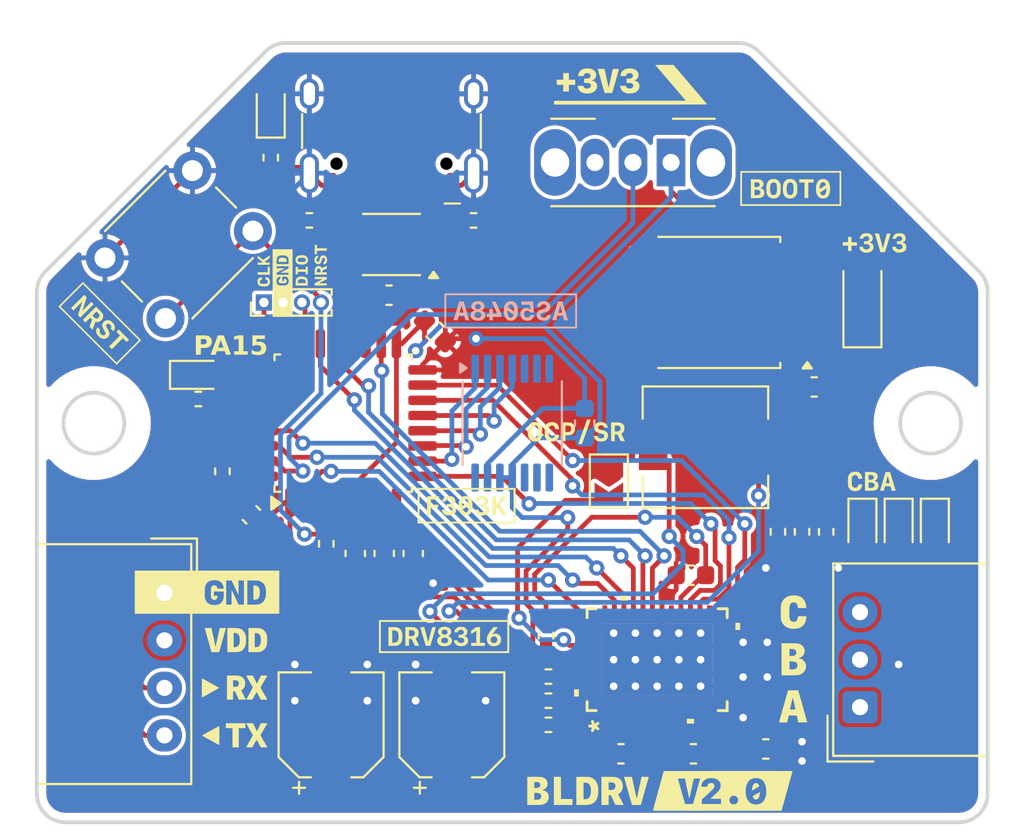
<source format=kicad_pcb>
(kicad_pcb (version 20240108) (generator "pcbnew") (generator_version "8.0")
  (title_block (date "2024-08-26"))
  (layers (0 "F.Cu" signal) (31 "B.Cu" signal) (34 "B.Paste" user) (35 "F.Paste" user) (36 "B.SilkS" user "B.Silkscreen") (37 "F.SilkS" user "F.Silkscreen") (38 "B.Mask" user) (39 "F.Mask" user) (44 "Edge.Cuts" user))
  (net 0 "")
  (net 1 "GND")
  (net 2 "VDD")
  (net 3 "/BOOT0")
  (net 4 "+3V3")
  (net 5 "/NRST")
  (net 7 "Net-(U8-V3)")
  (net 8 "+5V")
  (net 9 "/SWDIO")
  (net 10 "/SWCLK")
  (net 11 "Net-(D2-K)")
  (net 12 "Net-(D3-K)")
  (net 13 "Net-(D4-K)")
  (net 14 "Net-(D5-K)")
  (net 15 "Net-(P1-CC)")
  (net 16 "Net-(P1-VCONN)")
  (net 17 "/CS")
  (net 18 "/RSPCK")
  (net 19 "/CIPO")
  (net 20 "/COPI")
  (net 28 "/D+")
  (net 29 "/D-")
  (net 30 "/PTX-USBRX")
  (net 31 "Net-(D6-K)")
  (net 32 "/PRX-USBTX")
  (net 36 "/PTX-CRX")
  (net 37 "/PRX-CTX")
  (net 40 "/PWM_A")
  (net 41 "/PWM_B")
  (net 42 "/PWM_C")
  (net 43 "/BLDC_A")
  (net 44 "/BLDC_B")
  (net 45 "/BLDC_C")
  (net 46 "/~{PWM_B}")
  (net 47 "/~{PWM_C}")
  (net 48 "/DRVOFF")
  (net 49 "/~{PWM_A}")
  (net 50 "/SOB")
  (net 51 "/SOC")
  (net 52 "/SOA")
  (net 53 "/~{SLEEP}")
  (net 55 "/SENSE_B")
  (net 56 "/SENSE_C")
  (net 57 "/SENSE_A")
  (net 58 "Net-(U2-CP)")
  (net 59 "Net-(U2-CPH)")
  (net 60 "Net-(U2-CPL)")
  (net 61 "/SW_BK")
  (net 62 "/FB_BK")
  (net 63 "/AVDD")
  (net 64 "/OCP{slash}SR")
  (net 65 "/GAIN")
  (net 66 "/~{FAULT}")
  (net 67 "Net-(D2-A)")
  (footprint "Capacitor_SMD:C_0603_1608Metric" (layer "F.Cu") (at 91.745 81.858 90)
    (property "Reference" "C1" (hide yes))
    (property "Value" "30p")
  )
  (footprint "Capacitor_SMD:C_0603_1608Metric" (layer "F.Cu") (at 109.525 92.399)
    (property "Reference" "C5" (hide yes))
    (property "Value" "1μ")
  )
  (footprint "Connector_Molex:Molex_SPOX_5268-03A_1x03_P2.50mm_Horizontal" (layer "F.Cu") (at 118.288 89.946 90)
    (property "Reference" "J1" (hide yes))
    (property "Value" "Conn_01x03_Pin")
  )
  (footprint "LOGO" (layer "F.Cu") (at 100 75.5)
    (property "Reference" "G***" (hide yes))
    (property "Value" "LOGO" (hide yes))
  )
  (footprint "Connector_USB:USB_C_Receptacle_HCTL_HC-TYPE-C-16P-01A" (layer "F.Cu") (at 93.65 58.744 180)
    (property "Reference" "P1" (hide yes))
    (property "Value" "USB_C_Plug_USB2.0")
  )
  (footprint "Capacitor_SMD:C_0603_1608Metric" (layer "F.Cu") (at 109.398 83.001)
    (property "Reference" "C4" (hide yes))
    (property "Value" "1μ")
  )
  (footprint "Resistor_SMD:R_0402_1005Metric" (layer "F.Cu") (at 97.968 64.332)
    (property "Reference" "R12" (hide yes))
    (property "Value" "5.1k")
  )
  (footprint "DRV8316CT:VQFN40_RGF_TEX" (layer "F.Cu") (at 107.62 87.446 90)
    (property "Reference" "U2" (hide yes))
    (property "Value" "DRV8316CTRGFR")
  )
  (footprint "Capacitor_SMD:C_0603_1608Metric" (layer "F.Cu") (at 93.269 81.858 90)
    (property "Reference" "C2" (hide yes))
    (property "Value" "30p")
  )
  (footprint "Capacitor_SMD:C_0603_1608Metric" (layer "F.Cu") (at 86.284 79.826 -45)
    (property "Reference" "C11" (hide yes))
    (property "Value" "0.1µ")
  )
  (footprint "Capacitor_SMD:C_0603_1608Metric" (layer "F.Cu") (at 105.715 92.399 180)
    (property "Reference" "C6" (hide yes))
    (property "Value" "47n")
  )
  (footprint "LED_SMD:LED_0603_1608Metric" (layer "F.Cu") (at 87.3 58.49 90)
    (property "Reference" "D6" (hide yes))
    (property "Value" "BLUE")
  )
  (footprint "Capacitor_SMD:C_0603_1608Metric" (layer "F.Cu") (at 113.335 92.145 180)
    (property "Reference" "C8" (hide yes))
    (property "Value" "1µ")
  )
  (footprint "Connector_PinHeader_1.00mm:PinHeader_1x04_P1.00mm_Vertical" (layer "F.Cu") (at 86.943 68.65 90)
    (property "Reference" "J4" (hide yes))
    (property "Value" "Pin")
  )
  (footprint "Capacitor_SMD:C_0603_1608Metric" (layer "F.Cu") (at 115.875 73.095)
    (property "Reference" "C7" (hide yes))
    (property "Value" "22µ")
  )
  (footprint "Resistor_SMD:R_0402_1005Metric" (layer "F.Cu") (at 101.905 89.604999 180)
    (property "Reference" "R4" (hide yes))
    (property "Value" "1k")
  )
  (footprint "Resistor_SMD:R_0402_1005Metric" (layer "F.Cu") (at 89.332 64.332 180)
    (property "Reference" "R13" (hide yes))
    (property "Value" "5.1k")
  )
  (footprint "Resistor_SMD:R_0402_1005Metric" (layer "F.Cu") (at 113.97 80.715 -90)
    (property "Reference" "R9" (hide yes))
    (property "Value" "1k")
  )
  (footprint "Resistor_SMD:R_0402_1005Metric" (layer "F.Cu") (at 83.49 73.73 180)
    (property "Reference" "R7" (hide yes))
    (property "Value" "510")
  )
  (footprint "Resistor_SMD:R_0402_1005Metric" (layer "F.Cu") (at 116.51 80.715 -90)
    (property "Reference" "R11" (hide yes))
    (property "Value" "1k")
  )
  (footprint "Diode_SMD:D_SOD-123" (layer "F.Cu") (at 118.415 68.65 90)
    (property "Reference" "D1" (hide yes))
    (property "Value" "GS1010FL")
  )
  (footprint "Package_QFP:LQFP-32_7x7mm_P0.8mm" (layer "F.Cu") (at 91.11 75 90)
    (property "Reference" "U1" (hide yes))
    (property "Value" "STM32F303K8Tx")
  )
  (footprint "Jumper:SolderJumper-2_P1.3mm_Open_TrianglePad1.0x1.5mm" (layer "F.Cu") (at 105.08 78.048 -90)
    (property "Reference" "JP1" (hide yes))
    (property "Value" "ASR/AAR (Default: Enabled)")
  )
  (footprint "Resistor_SMD:R_0402_1005Metric" (layer "F.Cu") (at 115.24 80.715 -90)
    (property "Reference" "R10" (hide yes))
    (property "Value" "1k")
  )
  (footprint "Capacitor_SMD:CP_Elec_5x5.3" (layer "F.Cu") (at 96.825 90.875 90)
    (property "Reference" "C15" (hide yes))
    (property "Value" "47μ")
  )
  (footprint "Connector_Molex:Molex_SPOX_5268-04A_1x04_P2.50mm_Horizontal" (layer "F.Cu") (at 81.712 83.93 -90)
    (property "Reference" "J3" (hide yes))
    (property "Value" "Pin")
  )
  (footprint "Package_SO:MSOP-10_3x3mm_P0.5mm" (layer "F.Cu") (at 93.65 65.602 180)
    (property "Reference" "U8" (hide yes))
    (property "Value" "CH340E")
  )
  (footprint "Resistor_SMD:R_0402_1005Metric" (layer "F.Cu") (at 87.3 61.03 -90)
    (property "Reference" "R14" (hide yes))
    (property "Value" "510")
  )
  (footprint "Resistor_SMD:R_0402_1005Metric" (layer "F.Cu") (at 101.905 90.875 180)
    (property "Reference" "R3" (hide yes))
    (property "Value" "1k")
  )
  (footprint "Capacitor_SMD:CP_Elec_5x5.3" (layer "F.Cu") (at 90.475 90.875 90)
    (property "Reference" "C14" (hide yes))
    (property "Value" "47μ")
  )
  (footprint "Resistor_SMD:R_0402_1005Metric" (layer "F.Cu") (at 101.905 88.335 180)
    (property "Reference" "R5" (hide yes))
    (property "Value" "1k")
  )
  (footprint "Capacitor_SMD:C_0603_1608Metric" (layer "F.Cu") (at 94.793 81.858 90)
    (property "Reference" "C3" (hide yes))
    (property "Value" "30p")
  )
  (footprint "Resistor_SMD:R_0402_1005Metric" (layer "F.Cu") (at 101.778 86.176 90)
    (property "Reference" "R6" (hide yes))
    (property "Value" "510")
  )
  (footprint "Capacitor_SMD:C_0603_1608Metric" (layer "F.Cu") (at 95.936 70.174 135)
    (property "Reference" "C12" (hide yes))
    (property "Value" "0.1µ")
  )
  (footprint "LED_SMD:LED_0603_1608Metric" (layer "F.Cu") (at 83.49 72.46)
    (property "Reference" "D2" (hide yes))
    (property "Value" "WHITE")
  )
  (footprint "Inductor_SMD:L_6.3x6.3_H3" (layer "F.Cu") (at 110.16 76.27)
    (property "Reference" "L1" (hide yes))
    (property "Value" "47μ")
  )
  (footprint "Package_TO_SOT_SMD:TO-252-2" (layer "F.Cu") (at 110.785001 68.65 180)
    (property "Reference" "U4" (hide yes))
    (property "Value" "NJM2845DL1")
  )
  (footprint "Resistor_SMD:R_0402_1005Metric" (layer "F.Cu") (at 90.221 81.35 90)
    (property "Reference" "R2" (hide yes))
    (property "Value" "10k")
  )
  (footprint "LED_SMD:LED_0603_1608Metric" (layer "F.Cu") (at 118.415 80.461 -90)
    (property "Reference" "D5" (hide yes))
    (property "Value" "WHITE")
  )
  (footprint "LED_SMD:LED_0603_1608Metric" (layer "F.Cu") (at 122.225 80.461 -90)
    (property "Reference" "D3" (hide yes))
    (property "Value" "WHITE")
  )
  (footprint "Resistor_SMD:R_0402_1005Metric" (layer "F.Cu") (at 84.76 77.54 -90)
    (property "Reference" "R1" (hide yes))
    (property "Value" "10k")
  )
  (footprint "Capacitor_SMD:C_0603_1608Metric" (layer "F.Cu") (at 93.523 68.269)
    (property "Reference" "C18" (hide yes))
    (property "Value" "0.1µ")
  )
  (footprint "Button_Switch_THT:SW_Slide_SPDT_Angled_CK_OS102011MA1Q" (layer "F.Cu") (at 108.350001 61.284 180)
    (property "Reference" "SW2" (hide yes))
    (property "Value" "SW_SPDT")
  )
  (footprint "LED_SMD:LED_0603_1608Metric" (layer "F.Cu") (at 120.32 80.461 -90)
    (property "Reference" "D4" (hide yes))
    (property "Value" "WHITE")
  )
  (footprint "Button_Switch_THT:SW_PUSH_6mm" (layer "F.Cu") (at 86.363088 64.894893 -135)
    (property "Reference" "SW1" (hide yes))
    (property "Value" "SW_Push")
  )
  (footprint "LOGO" (layer "B.Cu") (at 100 76 180)
    (property "Reference" "G***" (hide yes))
    (property "Value" "LOGO" (hide yes))
  )
  (footprint "Package_SO:TSSOP-14_4.4x5mm_P0.65mm" (layer "B.Cu") (at 100 75 -90)
    (property "Reference" "U7" (hide yes))
    (property "Value" "AS5048A")
  )
  (footprint "Capacitor_SMD:C_0603_1608Metric" (layer "B.Cu") (at 103.81 75 -90)
    (property "Reference" "C13" (hide yes))
    (property "Value" "0.1µ")
  )
  (gr_arc (start 87.033747 55.439341) (mid 87.520383 55.114181) (end 88.094409 55.000001) (stroke (width 0.2)) (layer "Edge.Cuts"))
  (gr_line (start 111.9056 55) (end 88.094409 55) (stroke (width 0.2)) (layer "Edge.Cuts"))
  (gr_line (start 88.094409 55.000001) (end 88.094409 55) (stroke (width 0.2)) (layer "Edge.Cuts"))
  (gr_line (start 87.033747 55.439341) (end 75.43934 67.033748) (stroke (width 0.2)) (layer "Edge.Cuts"))
  (gr_arc (start 75 68.094409) (mid 75.114181 67.520383) (end 75.43934 67.033748) (stroke (width 0.2)) (layer "Edge.Cuts"))
  (gr_arc (start 76.500001 96) (mid 75.43934 95.56066) (end 75 94.499999) (stroke (width 0.2)) (layer "Edge.Cuts"))
  (gr_line (start 76.500001 96) (end 123.5 96) (stroke (width 0.2)) (layer "Edge.Cuts"))
  (gr_circle (center 122 75) (end 123.6 75) (stroke (width 0.2)) (fill none) (layer "Edge.Cuts"))
  (gr_circle (center 78 75) (end 79.6 75) (stroke (width 0.2)) (fill none) (layer "Edge.Cuts"))
  (gr_line (start 75 68.094409) (end 75 94.499999) (stroke (width 0.2)) (layer "Edge.Cuts"))
  (gr_arc (start 124.560656 67.033744) (mid 124.885815 67.520381) (end 125 68.094408) (stroke (width 0.2)) (layer "Edge.Cuts"))
  (gr_arc (start 111.9056 55) (mid 112.477836 55.113441) (end 112.963518 55.436606) (stroke (width 0.2)) (layer "Edge.Cuts"))
  (gr_arc (start 125 94.5) (mid 124.56066 95.56066) (end 123.5 96) (stroke (width 0.2)) (layer "Edge.Cuts"))
  (gr_line (start 125 94.5) (end 125 68.094408) (stroke (width 0.2)) (layer "Edge.Cuts"))
  (gr_line (start 124.560656 67.033744) (end 112.963518 55.436606) (stroke (width 0.2)) (layer "Edge.Cuts"))
  (gr_text "PA15" (at 83.236 71.571 0) (layer "F.SilkS") (effects (font (size 1 1) (thickness 0.25) (bold yes)) (justify left bottom)))
  (segment (start 106.369685 88.950315) (end 106.477 88.843) (width 0.25) (layer "F.Cu") (net 1))
  (segment (start 91.405 88.675) (end 92.38 87.7) (width 0.25) (layer "F.Cu") (net 1))
  (segment (start 108.98 80.207) (end 108.98 81.223) (width 0.25) (layer "F.Cu") (net 1))
  (segment (start 86.434492 78.579492) (end 85.735992 79.277992) (width 0.25) (layer "F.Cu") (net 1))
  (segment (start 82.980001 73.73) (end 81.147623 73.73) (width 0.25) (layer "F.Cu") (net 1))
  (segment (start 108.98 69.045001) (end 108.98 75.24) (width 0.25) (layer "F.Cu") (net 1))
  (segment (start 105.148001 77.255) (end 105.148001 75.931999) (width 0.25) (layer "F.Cu") (net 1))
  (segment (start 97.97 57.669) (end 89.33 57.669) (width 0.25) (layer "F.Cu") (net 1))
  (segment (start 94.793 82.633) (end 93.269 82.633) (width 0.25) (layer "F.Cu") (net 1))
  (segment (start 78.584913 71.16729) (end 78.584913 66.309107) (width 0.25) (layer "F.Cu") (net 1))
  (segment (start 86.935 77.8) (end 86.935 78.078984) (width 0.25) (layer "F.Cu") (net 1))
  (segment (start 90.45 62.489) (end 89.97 62.489) (width 0.25) (layer "F.Cu") (net 1))
  (segment (start 112.7 79.572) (end 108.98 79.572) (width 0.25) (layer "F.Cu") (net 1))
  (segment (start 83.181107 61.712913) (end 83.181107 61.712912) (width 0.25) (layer "F.Cu") (net 1))
  (segment (start 106.369685 89.8971) (end 106.369685 88.950315) (width 0.25) (layer "F.Cu") (net 1))
  (segment (start 95.838092 83.419) (end 95.052092 82.633) (width 0.25) (layer "F.Cu") (net 1))
  (segment (start 105.08 77.323001) (end 105.148001 77.255) (width 0.25) (layer "F.Cu") (net 1))
  (segment (start 111.0744 86.695811) (end 110.391126 86.695811) (width 0.25) (layer "F.Cu") (net 1))
  (segment (start 93.269 82.633) (end 91.745 82.633) (width 0.25) (layer "F.Cu") (net 1))
  (segment (start 84.125 83.93) (end 84.165 83.93) (width 0.25) (layer "F.Cu") (net 1))
  (segment (start 110.391126 86.695811) (end 109.906 87.180937) (width 0.25) (layer "F.Cu") (net 1))
  (segment (start 97.97 61.849) (end 97.97 57.669) (width 0.25) (layer "F.Cu") (net 1))
  (segment (start 88.57 88.208) (end 88.5065 88.2715) (width 0.25) (layer "F.Cu") (net 1))
  (segment (start 98.095 70.555) (end 107.470001 70.555) (width 0.25) (layer "F.Cu") (net 1))
  (segment (start 108.98 74.745) (end 108.98 75.24) (width 0.25) (layer "F.Cu") (net 1))
  (segment (start 109.375001 68.65) (end 108.98 69.045001) (width 0.25) (layer "F.Cu") (net 1))
  (segment (start 107.870063 84.9949) (end 107.870063 83.753937) (width 0.25) (layer "F.Cu") (net 1))
  (segment (start 113.97 81.179281) (end 113.325 80.534281) (width 0.25) (layer "F.Cu") (net 1))
  (segment (start 105.028685 85.743685) (end 105.334 86.049) (width 0.25) (layer "F.Cu") (net 1))
  (segment (start 105.057001 64.332) (end 98.478 64.332) (width 0.25) (layer "F.Cu") (net 1))
  (segment (start 109.906 87.180937) (end 109.906 87.446) (width 0.25) (layer "F.Cu") (net 1))
  (segment (start 97.755 89.605) (end 96.825 88.675) (width 0.25) (layer "F.Cu") (net 1))
  (segment (start 113.97 81.224999) (end 115.24 81.224999) (width 0.25) (layer "F.Cu") (net 1))
  (segment (start 96.660789 65.602) (end 95.7625 65.602) (width 0.25) (layer "F.Cu") (net 1))
  (segment (start 84.165 83.93) (end 88.5065 88.2715) (width 0.25) (layer "F.Cu") (net 1))
  (segment (start 95.285 72.2) (end 95.285 71.921016) (width 0.25) (layer "F.Cu") (net 1))
  (segment (start 98.603 89.605) (end 97.755 89.605) (width 0.25) (layer "F.Cu") (net 1))
  (segment (start 108.98 75.24) (end 108.98 80.207) (width 0.25) (layer "F.Cu") (net 1))
  (segment (start 112.1412 86.5316) (end 111.976989 86.695811) (width 0.25) (layer "F.Cu") (net 1))
  (segment (start 109.906 87.711063) (end 109.906 87.446) (width 0.25) (layer "F.Cu") (net 1))
  (segment (start 89.97 62.489) (end 89.33 61.849) (width 0.25) (layer "F.Cu") (net 1))
  (segment (start 90.475 88.675) (end 91.405 88.675) (width 0.25) (layer "F.Cu") (net 1))
  (segment (start 95.285 71.921016) (end 96.484008 70.722008) (width 0.25) (layer "F.Cu") (net 1))
  (segment (start 92.38 89.605) (end 94.92 89.605) (width 0.25) (layer "F.Cu") (net 1))
  (segment (start 116.51 81.224999) (end 115.24 81.224999) (width 0.25) (layer "F.Cu") (net 1))
  (segment (start 106.335 74.745) (end 108.98 74.745) (width 0.25) (layer "F.Cu") (net 1))
  (segment (start 107.870063 85.798937) (end 107.870063 84.9949) (width 0.25) (layer "F.Cu") (net 1))
  (segment (start 88.57 87.7) (end 88.57 88.208) (width 0.25) (layer "F.Cu") (net 1))
  (segment (start 113.325 80.534281) (end 113.325 80.197) (width 0.25) (layer "F.Cu") (net 1))
  (segment (start 110.322567 89.259567) (end 109.906 88.843) (width 0.25) (layer "F.Cu") (net 1))
  (segment (start 89.33 61.849) (end 89.33 63.824001) (width 0.25) (layer "F.Cu") (net 1))
  (segment (start 94.92 89.605) (end 95.895 89.605) (width 0.25) (layer "F.Cu") (net 1))
  (segment (start 95.85 87.7) (end 96.825 88.675) (width 0.25) (layer "F.Cu") (net 1))
  (segment (start 108.98 79.572) (end 108.98 80.207) (width 0.25) (layer "F.Cu") (net 1))
  (segment (start 88.5065 88.2715) (end 88.91 88.675) (width 0.25) (layer "F.Cu") (net 1))
  (segment (start 107.470001 70.555) (end 109.375001 68.65) (width 0.25) (layer "F.Cu") (net 1))
  (segment (start 107.870063 83.753937) (end 108.623 83.001) (width 0.25) (layer "F.Cu") (net 1))
  (segment (start 110.391126 88.196189) (end 109.906 87.711063) (width 0.25) (layer "F.Cu") (net 1))
  (segment (start 105.369433 88.878433) (end 105.334 88.843) (width 0.25) (layer "F.Cu") (net 1))
  (segment (start 96.85 62.489) (end 97.33 62.489) (width 0.25) (layer "F.Cu") (net 1))
  (segment (start 98.095 70.555) (end 96.651016 70.555) (width 0.25) (layer "F.Cu") (net 1))
  (segment (start 86.935 77.8) (end 85.009999 77.8) (width 0.25) (layer "F.Cu") (net 1))
  (segment (start 96.952 65.858) (end 98.478 64.332) (width 0.25) (layer "F.Cu") (net 1))
  (segment (start 94.92 87.7) (end 95.85 87.7) (width 0.25) (layer "F.Cu") (net 1))
  (segment (start 104.1656 85.695559) (end 104.213726 85.743685) (width 0.25) (layer "F.Cu") (net 1))
  (segment (start 110.322567 89.848974) (end 110.322567 89.259567) (width 0.25) (layer "F.Cu") (net 1))
  (segment (start 88.57 88.335) (end 88.5065 88.2715) (width 0.25) (layer "F.Cu") (net 1))
  (segment (start 110.370693 89.8971) (end 110.322567 89.848974) (width 0.25) (layer "F.Cu") (net 1))
  (segment (start 104.213726 85.743685) (end 105.028685 85.743685) (width 0.25) (layer "F.Cu") (net 1))
  (segment (start 113.97 81.224999) (end 113.97 81.179281) (width 0.25) (layer "F.Cu") (net 1))
  (segment (start 90.475 88.675) (end 91.45 88.675) (width 0.25) (layer "F.Cu") (net 1))
  (segment (start 113.97 73.095) (end 109.525 68.65) (width 0.25) (layer "F.Cu") (net 1))
  (segment (start 108.981999 82.642001) (end 108.981999 81.224999) (width 0.25) (layer "F.Cu") (net 1))
  (segment (start 88.57 89.605) (end 88.57 88.335) (width 0.25) (layer "F.Cu") (net 1))
  (segment (start 86.935 78.078984) (end 86.434492 78.579492) (width 0.25) (layer "F.Cu") (net 1))
  (segment (start 96.651016 70.555) (end 96.484008 70.722008) (width 0.25) (layer "F.Cu") (net 1))
  (segment (start 97.97 61.849) (end 97.97 63.824) (width 0.25) (layer "F.Cu") (net 1))
  (segment (start 84.125 80.888984) (end 86.434492 78.579492) (width 0.25) (layer "F.Cu") (net 1))
  (segment (start 92.38 87.7) (end 94.92 87.7) (width 0.25) (layer "F.Cu") (net 1))
  (segment (start 94.298 68.269) (end 95.493788 68.269) (width 0.25) (layer "F.Cu") (net 1))
  (segment (start 81.712 83.93) (end 84.125 83.93) (width 0.25) (layer "F.Cu") (net 1))
  (segment (start 105.148001 75.931999) (end 106.335 74.745) (width 0.25) (layer "F.Cu") (net 1))
  (segment (start 97.97 63.824) (end 98.478 64.332) (width 0.25) (layer "F.Cu") (net 1))
  (segment (start 87.3 61.539999) (end 89.020999 61.539999) (width 0.25) (layer "F.Cu") (net 1))
  (segment (start 96.952 66.810788) (end 96.952 65.893211) (width 0.25) (layer "F.Cu") (net 1))
  (segment (start 95.052092 82.633) (end 94.793 82.633) (width 0.25) (layer "F.Cu") (net 1))
  (segment (start 89.33 63.824001) (end 88.822001 64.332) (width 0.25) (layer "F.Cu") (net 1))
  (segment (start 91.45 88.675) (end 92.38 89.605) (width 0.25) (layer "F.Cu") (net 1))
  (segment (start 84.125 83.93) (end 84.125 80.888984) (width 0.25) (layer "F.Cu") (net 1))
  (segment (start 96.484008 70.722008) (end 96.484008 69.25922) (width 0.25) (layer "F.Cu") (net 1))
  (segment (start 89.020999 61.539999) (end 89.33 61.849) (width 0.25) (layer "F.Cu") (net 1))
  (segment (start 115.1 73.095) (end 113.97 73.095) (width 0.25) (layer "F.Cu") (net 1))
  (segment (start 97.33 62.489) (end 97.97 61.849) (width 0.25) (layer "F.Cu") (net 1))
  (segment (start 85.009999 77.8) (end 84.76 78.049999) (width 0.25) (layer "F.Cu") (net 1))
  (segment (start 107.62 86.049) (end 107.870063 85.798937) (width 0.25) (layer "F.Cu") (net 1))
  (segment (start 95.895 89.605) (end 96.825 88.675) (width 0.25) (layer "F.Cu") (net 1))
  (segment (start 109.525 68.65) (end 109.375001 68.65) (width 0.25) (layer "F.Cu") (net 1))
  (segment (start 107.850001 67.125) (end 105.057001 64.332) (width 0.25) (layer "F.Cu") (net 1))
  (segment (start 96.952 65.893211) (end 96.660789 65.602) (width 0.25) (layer "F.Cu") (net 1))
  (segment (start 96.484008 69.25922) (end 95.493788 68.269) (width 0.25) (layer "F.Cu") (net 1))
  (segment (start 88.91 88.675) (end 90.475 88.675) (width 0.25) (layer "F.Cu") (net 1))
  (segment (start 96.952 65.893211) (end 96.952 65.858) (width 0.25) (layer "F.Cu") (net 1))
  (segment (start 108.981999 81.224999) (end 108.98 81.223) (width 0.25) (layer "F.Cu") (net 1))
  (segment (start 81.147623 73.73) (end 78.584913 71.16729) (width 0.25) (layer "F.Cu") (net 1))
  (segment (start 113.325 80.197) (end 112.7 79.572) (width 0.25) (layer "F.Cu") (net 1))
  (segment (start 105.369433 89.8971) (end 105.369433 88.878433) (width 0.25) (layer "F.Cu") (net 1))
  (segment (start 95.493788 68.269) (end 96.952 66.810788) (width 0.25) (layer "F.Cu") (net 1))
  (segment (start 78.584913 66.309107) (end 83.181107 61.712913) (width 0.25) (layer "F.Cu") (net 1))
  (segment (start 111.976989 86.695811) (end 111.0744 86.695811) (width 0.25) (layer "F.Cu") (net 1))
  (segment (start 108.623 83.001) (end 108.981999 82.642001) (width 0.25) (layer "F.Cu") (net 1))
  (segment (start 111.0744 88.196189) (end 110.391126 88.196189) (width 0.25) (layer "F.Cu") (net 1))
  (via (at 109.906 88.843) (size 0.8) (drill 0.4) (layers "F.Cu" "B.Cu") (net 1))
  (via (at 92.38 89.605) (size 0.8) (drill 0.4) (layers "F.Cu" "B.Cu") (net 1))
  (via (at 112.1412 86.5316) (size 0.8) (drill 0.4) (layers "F.Cu" "B.Cu") (net 1))
  (via (at 107.62 87.446) (size 0.8) (drill 0.4) (layers "F.Cu" "B.Cu") (net 1))
  (via (at 109.906 86.049) (size 0.8) (drill 0.4) (layers "F.Cu" "B.Cu") (net 1))
  (via (at 98.095 70.555) (size 0.8) (drill 0.4) (layers "F.Cu" "B.Cu") (net 1))
  (via (at 98.603 89.605) (size 0.8) (drill 0.4) (layers "F.Cu" "B.Cu") (net 1))
  (via (at 115.24 92.78) (size 0.8) (drill 0.4) (layers "F.Cu" "B.Cu") (net 1))
  (via (at 106.477 86.049) (size 0.8) (drill 0.4) (layers "F.Cu" "B.Cu") (net 1))
  (via (at 88.57 89.605) (size 0.8) (drill 0.4) (layers "F.Cu" "B.Cu") (net 1))
  (via (at 113.335 82.62) (size 0.8) (drill 0.4) (layers "F.Cu" "B.Cu") (net 1))
  (via (at 105.334 87.446) (size 0.8) (drill 0.4) (layers "F.Cu" "B.Cu") (net 1))
  (via (at 112.1412 90.494) (size 0.8) (drill 0.4) (layers "F.Cu" "B.Cu") (net 1))
  (via (at 106.477 88.843) (size 0.8) (drill 0.4) (layers "F.Cu" "B.Cu") (net 1))
  (via (at 112.1412 88.3604) (size 0.8) (drill 0.4) (layers "F.Cu" "B.Cu") (net 1))
  (via (at 105.334 86.049) (size 0.8) (drill 0.4) (layers "F.Cu" "B.Cu") (net 1))
  (via (at 88.57 87.7) (size 0.8) (drill 0.4) (layers "F.Cu" "B.Cu") (net 1))
  (via (at 107.62 88.843) (size 0.8) (drill 0.4) (layers "F.Cu" "B.Cu") (net 1))
  (via (at 94.92 87.7) (size 0.8) (drill 0.4) (layers "F.Cu" "B.Cu") (net 1))
  (via (at 109.906 87.446) (size 0.8) (drill 0.4) (layers "F.Cu" "B.Cu") (net 1))
  (via (at 120.32 87.7) (size 0.8) (drill 0.4) (layers "F.Cu" "B.Cu") (net 1))
  (via (at 94.92 89.605) (size 0.8) (drill 0.4) (layers "F.Cu" "B.Cu") (net 1))
  (via (at 107.62 86.049) (size 0.8) (drill 0.4) (layers "F.Cu" "B.Cu") (net 1))
  (via (at 106.477 87.446) (size 0.8) (drill 0.4) (layers "F.Cu" "B.Cu") (net 1))
  (via (at 94.92 89.605) (size 0.8) (drill 0.4) (layers "F.Cu" "B.Cu") (net 1))
  (via (at 108.763 88.843) (size 0.8) (drill 0.4) (layers "F.Cu" "B.Cu") (net 1))
  (via (at 95.838092 83.419) (size 0.8) (drill 0.4) (layers "F.Cu" "B.Cu") (net 1))
  (via (at 113.4112 88.3604) (size 0.8) (drill 0.4) (layers "F.Cu" "B.Cu") (net 1))
  (via (at 92.38 87.7) (size 0.8) (drill 0.4) (layers "F.Cu" "B.Cu") (net 1))
  (via (at 115.24 91.764) (size 0.8) (drill 0.4) (layers "F.Cu" "B.Cu") (net 1))
  (via (at 117.145 82.62) (size 0.8) (drill 0.4) (layers "F.Cu" "B.Cu") (net 1))
  (via (at 105.334 88.843) (size 0.8) (drill 0.4) (layers "F.Cu" "B.Cu") (net 1))
  (via (at 94.92 87.7) (size 0.8) (drill 0.4) (layers "F.Cu" "B.Cu") (net 1))
  (via (at 92.38 89.605) (size 0.8) (drill 0.4) (layers "F.Cu" "B.Cu") (net 1))
  (via (at 113.4112 86.5316) (size 0.8) (drill 0.4) (layers "F.Cu" "B.Cu") (net 1))
  (via (at 108.763 86.049) (size 0.8) (drill 0.4) (layers "F.Cu" "B.Cu") (net 1))
  (via (at 108.763 87.446) (size 0.8) (drill 0.4) (layers "F.Cu" "B.Cu") (net 1))
  (segment (start 87.943 63.236) (end 89.33 61.849) (width 0.25) (layer "B.Cu") (net 1))
  (segment (start 109.906 88.843) (end 111.6586 88.843) (width 0.25) (layer "B.Cu") (net 1))
  (segment (start 101.708812 70.555) (end 98.095 70.555) (width 0.25) (layer "B.Cu") (net 1))
  (segment (start 89.33 57.669) (end 89.33 61.849) (width 0.25) (layer "B.Cu") (net 1))
  (segment (start 89.193912 61.712912) (end 89.33 61.849) (width 0.25) (layer "B.Cu") (net 1))
  (segment (start 111.6586 88.843) (end 112.1412 88.3604) (width 0.25) (layer "B.Cu") (net 1))
  (segment (start 103.81 74.225) (end 101.600001 74.225) (width 0.25) (layer "B.Cu") (net 1))
  (segment (start 103.81 74.225) (end 103.81 72.656188) (width 0.25) (layer "B.Cu") (net 1))
  (segment (start 101.600001 74.225) (end 98.7 77.125001) (width 0.25) (layer "B.Cu") (net 1))
  (segment (start 95.838092 83.419) (end 94.92 84.337092) (width 0.25) (layer "B.Cu") (net 1))
  (segment (start 94.92 84.337092) (end 94.92 87.7) (width 0.25) (layer "B.Cu") (net 1))
  (segment (start 87.943 68.65) (end 87.943 63.236) (width 0.25) (layer "B.Cu") (net 1))
  (segment (start 98.7 77.125001) (end 98.7 77.8625) (width 0.25) (layer "B.Cu") (net 1))
  (segment (start 83.181107 61.712912) (end 89.193912 61.712912) (width 0.25) (layer "B.Cu") (net 1))
  (segment (start 103.81 72.656188) (end 101.708812 70.555) (width 0.25) (layer "B.Cu") (net 1))
  (segment (start 83.83 86.43) (end 81.712 86.43) (width 0.25) (layer "F.Cu") (net 2))
  (segment (start 109.870567 89.8971) (end 109.870567 91.969567) (width 0.25) (layer "F.Cu") (net 2))
  (segment (start 108.870315 89.8971) (end 109.370441 89.8971) (width 0.25) (layer "F.Cu") (net 2))
  (segment (start 109.411 93.288) (end 110.3 92.399) (width 0.25) (layer "F.Cu") (net 2))
  (segment (start 90.475 93.075) (end 83.83 86.43) (width 0.25) (layer "F.Cu") (net 2))
  (segment (start 112.56 92.145) (end 110.554 92.145) (width 0.25) (layer "F.Cu") (net 2))
  (segment (start 97.038 93.288) (end 109.411 93.288) (width 0.25) (layer "F.Cu") (net 2))
  (segment (start 90.475 93.075) (end 96.825 93.075) (width 0.25) (layer "F.Cu") (net 2))
  (segment (start 110.554 92.145) (end 110.3 92.399) (width 0.25) (layer "F.Cu") (net 2))
  (segment (start 109.370441 89.8971) (end 109.870567 89.8971) (width 0.25) (layer "F.Cu") (net 2))
  (segment (start 109.870567 91.969567) (end 110.3 92.399) (width 0.25) (layer "F.Cu") (net 2))
  (segment (start 96.825 93.075) (end 97.038 93.288) (width 0.25) (layer "F.Cu") (net 2))
  (segment (start 86.935 77) (end 84.790001 77) (width 0.25) (layer "F.Cu") (net 3))
  (segment (start 88.047395 77.522535) (end 87.52486 77) (width 0.25) (layer "F.Cu") (net 3))
  (segment (start 87.52486 77) (end 86.935 77) (width 0.25) (layer "F.Cu") (net 3))
  (segment (start 84.790001 77) (end 84.76 77.030001) (width 0.25) (layer "F.Cu") (net 3))
  (segment (start 88.987161 77.522535) (end 88.047395 77.522535) (width 0.25) (layer "F.Cu") (net 3))
  (via (at 88.987161 77.522535) (size 0.8) (drill 0.4) (layers "F.Cu" "B.Cu") (net 3))
  (segment (start 106.35 64.463812) (end 101.528812 69.285) (width 0.25) (layer "B.Cu") (net 3))
  (segment (start 106.35 61.284) (end 106.35 64.463812) (width 0.25) (layer "B.Cu") (net 3))
  (segment (start 101.528812 69.285) (end 94.734839 69.285) (width 0.25) (layer "B.Cu") (net 3))
  (segment (start 88.265072 75.754767) (end 88.265072 76.800446) (width 0.25) (layer "B.Cu") (net 3))
  (segment (start 88.265072 76.800446) (end 88.987161 77.522535) (width 0.25) (layer "B.Cu") (net 3))
  (segment (start 94.734839 69.285) (end 88.265072 75.754767) (width 0.25) (layer "B.Cu") (net 3))
  (segment (start 95.387992 70.722008) (end 94.92 71.19) (width 0.25) (layer "F.Cu") (net 4))
  (segment (start 95.387992 69.625992) (end 95.387992 70.722008) (width 0.25) (layer "F.Cu") (net 4))
  (segment (start 88.31 79.175) (end 88.31 81.099305) (width 0.25) (layer "F.Cu") (net 4))
  (segment (start 102.915304 80.583001) (end 100.730006 82.768299) (width 0.25) (layer "F.Cu") (net 4))
  (segment (start 89.068695 81.858) (end 90.219001 81.858) (width 0.25) (layer "F.Cu") (net 4))
  (segment (start 102.915304 80.583001) (end 102.915304 79.968) (width 0.25) (layer "F.Cu") (net 4))
  (segment (start 100.730006 82.768299) (end 100.730006 84.493006) (width 0.25) (layer "F.Cu") (net 4))
  (segment (start 100.730006 84.493006) (end 101.081594 84.844594) (width 0.25) (layer "F.Cu") (net 4))
  (segment (start 93.657501 76.277501) (end 91.51 78.425001) (width 0.25) (layer "F.Cu") (net 4))
  (segment (start 116.455001 67) (end 115.825001 66.37) (width 0.25) (layer "F.Cu") (net 4))
  (segment (start 91.51 79.76486) (end 91.51 79.175) (width 0.25) (layer "F.Cu") (net 4))
  (segment (start 101.081594 87.075606) (end 101.651925 87.645937) (width 0.25) (layer "F.Cu") (net 4))
  (segment (start 93.91 70.825) (end 93.91 76.025002) (width 0.25) (layer "F.Cu") (net 4))
  (segment (start 110.991001 65.425) (end 114.880001 65.425) (width 0.25) (layer "F.Cu") (net 4))
  (segment (start 108.350001 61.284) (end 108.350001 62.784) (width 0.25) (layer "F.Cu") (net 4))
  (segment (start 102.689137 87.645937) (end 102.739263 87.696063) (width 0.25) (layer "F.Cu") (net 4))
  (segment (start 94.188984 70.825) (end 94.371992 70.641992) (width 0.25) (layer "F.Cu") (net 4))
  (segment (start 93.91 76.025002) (end 93.657501 76.277501) (width 0.25) (layer "F.Cu") (net 4))
  (segment (start 88.31 79.175) (end 88.031016 79.175) (width 0.25) (layer "F.Cu") (net 4))
  (segment (start 90.219001 81.858) (end 90.221 81.859999) (width 0.25) (layer "F.Cu") (net 4))
  (segment (start 90.866 81.214999) (end 90.866 80.40886) (width 0.25) (layer "F.Cu") (net 4))
  (segment (start 91.51 78.425001) (end 91.51 79.175) (width 0.25) (layer "F.Cu") (net 4))
  (segment (start 90.221 81.859999) (end 90.866 81.214999) (width 0.25) (layer "F.Cu") (net 4))
  (segment (start 88.31 81.099305) (end 89.068695 81.858) (width 0.25) (layer "F.Cu") (net 4))
  (segment (start 88.031016 79.175) (end 86.832008 80.374008) (width 0.25) (layer "F.Cu") (net 4))
  (segment (start 101.081594 84.844594) (end 101.081594 87.075606) (width 0.25) (layer "F.Cu") (net 4))
  (segment (start 90.866 80.40886) (end 91.51 79.76486) (width 0.25) (layer "F.Cu") (net 4))
  (segment (start 101.651925 87.645937) (end 102.689137 87.645937) (width 0.25) (layer "F.Cu") (net 4))
  (segment (start 102.739263 87.696063) (end 104.1656 87.696063) (width 0.25) (layer "F.Cu") (net 4))
  (segment (start 108.350001 62.784) (end 110.991001 65.425) (width 0.25) (layer "F.Cu") (net 4))
  (segment (start 114.880001 65.425) (end 115.825001 66.37) (width 0.25) (layer "F.Cu") (net 4))
  (segment (start 94.371992 70.641992) (end 95.387992 69.625992) (width 0.25) (layer "F.Cu") (net 4))
  (segment (start 93.91 70.825) (end 94.188984 70.825) (width 0.25) (layer "F.Cu") (net 4))
  (segment (start 118.415 67) (end 116.455001 67) (width 0.25) (layer "F.Cu") (net 4))
  (via (at 102.915304 79.968) (size 0.8) (drill 0.4) (layers "F.Cu" "B.Cu") (net 4))
  (via (at 94.92 71.19) (size 0.8) (drill 0.4) (layers "F.Cu" "B.Cu") (net 4))
  (segment (start 101.620208 69.83) (end 96.28 69.83) (width 0.25) (layer "B.Cu") (net 4))
  (segment (start 104.61 72.819792) (end 101.620208 69.83) (width 0.25) (layer "B.Cu") (net 4))
  (segment (start 103.81 75.775) (end 104.61 74.975) (width 0.25) (layer "B.Cu") (net 4))
  (segment (start 99.35 77.903812) (end 99.35 77.8625) (width 0.25) (layer "B.Cu") (net 4))
  (segment (start 102.915303 79.968001) (end 100.523001 79.968001) (width 0.25) (layer "B.Cu") (net 4))
  (segment (start 102.915304 79.968) (end 102.915303 79.968001) (width 0.25) (layer "B.Cu") (net 4))
  (segment (start 100.523001 79.968001) (end 100 79.445) (width 0.25) (layer "B.Cu") (net 4))
  (segment (start 104.61 74.975) (end 104.61 72.819792) (width 0.25) (layer "B.Cu") (net 4))
  (segment (start 108.350001 63.100207) (end 101.620208 69.83) (width 0.25) (layer "B.Cu") (net 4))
  (segment (start 100 79.445) (end 100 77.8625) (width 0.25) (layer "B.Cu") (net 4))
  (segment (start 100 77.159) (end 100 77.8625) (width 0.25) (layer "B.Cu") (net 4))
  (segment (start 96.28 69.83) (end 94.92 71.19) (width 0.25) (layer "B.Cu") (net 4))
  (segment (start 101.384 75.775) (end 100 77.159) (width 0.25) (layer "B.Cu") (net 4))
  (segment (start 108.350001 61.284) (end 108.350001 63.100207) (width 0.25) (layer "B.Cu") (net 4))
  (segment (start 103.81 75.775) (end 101.384 75.775) (width 0.25) (layer "B.Cu") (net 4))
  (segment (start 99.35 77.8625) (end 100 77.8625) (width 0.25) (layer "B.Cu") (net 4))
  (segment (start 89.078 80.842) (end 90.219001 80.842) (width 0.25) (layer "F.Cu") (net 5))
  (segment (start 89.943 68.65) (end 89.943 68.474805) (width 0.25) (layer "F.Cu") (net 5))
  (segment (start 90.71 79.175) (end 90.71 79.924999) (width 0.25) (layer "F.Cu") (net 5))
  (segment (start 90.219001 80.842) (end 90.221 80.840001) (width 0.25) (layer "F.Cu") (net 5))
  (segment (start 89.943 68.474805) (end 86.363088 64.894893) (width 0.25) (layer "F.Cu") (net 5))
  (segment (start 81.766894 69.491087) (end 86.363088 64.894893) (width 0.25) (layer "F.Cu") (net 5))
  (segment (start 90.221 80.413999) (end 90.221 80.840001) (width 0.25) (layer "F.Cu") (net 5))
  (segment (start 90.71 79.924999) (end 90.221 80.413999) (width 0.25) (layer "F.Cu") (net 5))
  (via (at 89.078 80.842) (size 0.8) (drill 0.4) (layers "F.Cu" "B.Cu") (net 5))
  (segment (start 87.815072 75.568371) (end 87.815072 79.579072) (width 0.25) (layer "B.Cu") (net 5))
  (segment (start 87.815072 79.579072) (end 89.078 80.842) (width 0.25) (layer "B.Cu") (net 5))
  (segment (start 89.943 73.440443) (end 87.815072 75.568371) (width 0.25) (layer "B.Cu") (net 5))
  (segment (start 89.943 68.65) (end 89.943 73.440443) (width 0.25) (layer "B.Cu") (net 5))
  (segment (start 92.748 67.8125) (end 91.5375 66.602) (width 0.25) (layer "F.Cu") (net 7))
  (segment (start 92.748 68.269) (end 92.748 67.8125) (width 0.25) (layer "F.Cu") (net 7))
  (segment (start 91.5375 65.102001) (end 88.617722 65.102001) (width 0.25) (layer "F.Cu") (net 8))
  (segment (start 91.667423 61.059051) (end 91.657237 61.069237) (width 0.25) (layer "F.Cu") (net 8))
  (segment (start 91.237 60.649) (end 91.657237 61.069237) (width 0.25) (layer "F.Cu") (net 8))
  (segment (start 95.187815 61.059051) (end 91.667423 61.059051) (width 0.25) (layer "F.Cu") (net 8))
  (segment (start 86.5 58.502499) (end 87.3 57.702499) (width 0.25) (layer "F.Cu") (net 8))
  (segment (start 88.617722 65.102001) (end 86.5 62.984279) (width 0.25) (layer "F.Cu") (net 8))
  (segment (start 91.657237 61.513999) (end 91.25 61.921236) (width 0.25) (layer "F.Cu") (net 8))
  (segment (start 91.25 61.921236) (end 91.25 62.489) (width 0.25) (layer "F.Cu") (net 8))
  (segment (start 96.05 62.489) (end 96.05 61.921236) (width 0.25) (layer "F.Cu") (net 8))
  (segment (start 91.657237 61.069237) (end 91.657237 61.513999) (width 0.25) (layer "F.Cu") (net 8))
  (segment (start 87.3 57.702499) (end 90.246501 60.649) (width 0.25) (layer "F.Cu") (net 8))
  (segment (start 96.05 61.921236) (end 95.187815 61.059051) (width 0.25) (layer "F.Cu") (net 8))
  (segment (start 90.246501 60.649) (end 91.237 60.649) (width 0.25) (layer "F.Cu") (net 8))
  (segment (start 86.5 62.984279) (end 86.5 58.502499) (width 0.25) (layer "F.Cu") (net 8))
  (segment (start 89.11 70.825) (end 89.11 68.816999) (width 0.25) (layer "F.Cu") (net 9))
  (segment (start 89.11 68.816999) (end 88.943001 68.65) (width 0.25) (layer "F.Cu") (net 9))
  (segment (start 86.943 69.458) (end 88.31 70.825) (width 0.25) (layer "F.Cu") (net 10))
  (segment (start 86.943 68.65) (end 86.943 69.458) (width 0.25) (layer "F.Cu") (net 10))
  (segment (start 82.7025 72.46) (end 82.729999 72.46) (width 0.25) (layer "F.Cu") (net 11))
  (segment (start 82.729999 72.46) (end 83.999999 73.73) (width 0.25) (layer "F.Cu") (net 11))
  (segment (start 115.714002 78.460999) (end 113.97 80.205001) (width 0.25) (layer "F.Cu") (net 12))
  (segment (start 121.0125 78.460999) (end 115.714002 78.460999) (width 0.25) (layer "F.Cu") (net 12))
  (segment (start 122.225 79.673499) (end 121.0125 78.460999) (width 0.25) (layer "F.Cu") (net 12))
  (segment (start 120.32 79.673499) (end 119.5575 78.910999) (width 0.25) (layer "F.Cu") (net 13))
  (segment (start 116.534002 78.910999) (end 115.24 80.205001) (width 0.25) (layer "F.Cu") (net 13))
  (segment (start 119.5575 78.910999) (end 116.534002 78.910999) (width 0.25) (layer "F.Cu") (net 13))
  (segment (start 118.415 79.673499) (end 117.041502 79.673499) (width 0.25) (layer "F.Cu") (net 14))
  (segment (start 117.041502 79.673499) (end 116.51 80.205001) (width 0.25) (layer "F.Cu") (net 14))
  (segment (start 94.9 63.206764) (end 95.517236 63.824) (width 0.25) (layer "F.Cu") (net 15))
  (segment (start 95.517236 63.824) (end 96.95 63.824) (width 0.25) (layer "F.Cu") (net 15))
  (segment (start 96.95 63.824) (end 97.458 64.332) (width 0.25) (layer "F.Cu") (net 15))
  (segment (start 94.9 62.488999) (end 94.9 63.206764) (width 0.25) (layer "F.Cu") (net 15))
  (segment (start 89.841999 64.332) (end 90.709999 63.464) (width 0.25) (layer "F.Cu") (net 16))
  (segment (start 90.709999 63.464) (end 91.600908 63.464) (width 0.25) (layer "F.Cu") (net 16))
  (segment (start 91.9 63.164908) (end 91.9 62.489) (width 0.25) (layer "F.Cu") (net 16))
  (segment (start 91.600908 63.464) (end 91.9 63.164908) (width 0.25) (layer "F.Cu") (net 16))
  (segment (start 95.285 77) (end 96.73 77) (width 0.25) (layer "F.Cu") (net 17))
  (segment (start 96.73 77) (end 96.825 76.905) (width 0.25) (layer "F.Cu") (net 17))
  (via (at 96.825 76.905) (size 0.8) (drill 0.4) (layers "F.Cu" "B.Cu") (net 17))
  (segment (start 96.825 74.365) (end 98.05 73.14) (width 0.25) (layer "B.Cu") (net 17))
  (segment (start 98.05 73.14) (end 98.05 72.1375) (width 0.25) (layer "B.Cu") (net 17))
  (segment (start 96.825 76.905) (end 96.825 74.365) (width 0.25) (layer "B.Cu") (net 17))
  (segment (start 95.305 76.18) (end 97.511131 76.18) (width 0.25) (layer "F.Cu") (net 18))
  (segment (start 95.285 76.2) (end 95.305 76.18) (width 0.25) (layer "F.Cu") (net 18))
  (segment (start 97.511131 76.18) (end 97.577257 76.246126) (width 0.25) (layer "F.Cu") (net 18))
  (via (at 97.577257 76.246126) (size 0.8) (drill 0.4) (layers "F.Cu" "B.Cu") (net 18))
  (segment (start 97.577257 74.249139) (end 98.7 73.126396) (width 0.25) (layer "B.Cu") (net 18))
  (segment (start 98.7 73.126396) (end 98.7 72.1375) (width 0.25) (layer "B.Cu") (net 18))
  (segment (start 97.577257 76.246126) (end 97.577257 74.249139) (width 0.25) (layer "B.Cu") (net 18))
  (segment (start 95.285 75.4) (end 98.143162 75.4) (width 0.25) (layer "F.Cu") (net 19))
  (segment (start 98.143162 75.4) (end 98.32257 75.579408) (width 0.25) (layer "F.Cu") (net 19))
  (via (at 98.32257 75.579408) (size 0.8) (drill 0.4) (layers "F.Cu" "B.Cu") (net 19))
  (segment (start 98.32257 74.140222) (end 99.35 73.112792) (width 0.25) (layer "B.Cu") (net 19))
  (segment (start 99.35 73.112792) (end 99.35 72.1375) (width 0.25) (layer "B.Cu") (net 19))
  (segment (start 98.32257 75.579408) (end 98.32257 74.140222) (width 0.25) (layer "B.Cu") (net 19))
  (segment (start 98.76347 74.6) (end 99.04757 74.8841) (width 0.25) (layer "F.Cu") (net 20))
  (segment (start 95.285 74.6) (end 98.76347 74.6) (width 0.25) (layer "F.Cu") (net 20))
  (via (at 99.04757 74.8841) (size 0.8) (drill 0.4) (layers "F.Cu" "B.Cu") (net 20))
  (segment (start 100 73.099188) (end 100 72.1375) (width 0.25) (layer "B.Cu") (net 20))
  (segment (start 99.04757 74.051618) (end 100 73.099188) (width 0.25) (layer "B.Cu") (net 20))
  (segment (start 99.04757 74.8841) (end 99.04757 74.051618) (width 0.25) (layer "B.Cu") (net 20))
  (segment (start 93.9 61.80659) (end 93.9 62.489) (width 0.2) (layer "F.Cu") (net 28))
  (segment (start 95.7625 66.602) (end 94.833882 66.602) (width 0.2) (layer "F.Cu") (net 28))
  (segment (start 92.9 64.668118) (end 92.9 62.489) (width 0.2) (layer "F.Cu") (net 28))
  (segment (start 92.9 62.489) (end 92.9 61.80659) (width 0.2) (layer "F.Cu") (net 28))
  (segment (start 93.63141 61.538) (end 93.9 61.80659) (width 0.2) (layer "F.Cu") (net 28))
  (segment (start 94.833882 66.602) (end 92.9 64.668118) (width 0.2) (layer "F.Cu") (net 28))
  (segment (start 93.16859 61.538) (end 93.63141 61.538) (width 0.2) (layer "F.Cu") (net 28))
  (segment (start 92.9 61.80659) (end 93.16859 61.538) (width 0.2) (layer "F.Cu") (net 28))
  (segment (start 93.4 64.602432) (end 94.899567 66.101999) (width 0.2) (layer "F.Cu") (net 29))
  (segment (start 94.00141 63.57) (end 93.4 63.57) (width 0.2) (layer "F.Cu") (net 29))
  (segment (start 93.4 62.489) (end 93.4 63.57) (width 0.2) (layer "F.Cu") (net 29))
  (segment (start 94.4 62.489) (end 94.4 63.17141) (width 0.2) (layer "F.Cu") (net 29))
  (segment (start 94.899567 66.101999) (end 95.7625 66.101999) (width 0.2) (layer "F.Cu") (net 29))
  (segment (start 93.4 63.57) (end 93.4 64.602432) (width 0.2) (layer "F.Cu") (net 29))
  (segment (start 94.4 63.17141) (end 94.00141 63.57) (width 0.2) (layer "F.Cu") (net 29))
  (segment (start 92.31 70.075001) (end 92.328051 70.075001) (width 0.25) (layer "F.Cu") (net 30))
  (segment (start 93.523 67.189212) (end 93.364394 67.030606) (width 0.25) (layer "F.Cu") (net 30))
  (segment (start 93.523 68.880052) (end 93.523 67.189212) (width 0.25) (layer "F.Cu") (net 30))
  (segment (start 92.31 70.825) (end 92.31 70.075001) (width 0.25) (layer "F.Cu") (net 30))
  (segment (start 92.328051 70.075001) (end 93.523 68.880052) (width 0.25) (layer "F.Cu") (net 30))
  (segment (start 92.435787 66.101999) (end 91.5375 66.101999) (width 0.25) (layer "F.Cu") (net 30))
  (segment (start 93.364394 67.030606) (end 92.435787 66.101999) (width 0.25) (layer "F.Cu") (net 30))
  (segment (start 87.3 59.277501) (end 87.3 60.520001) (width 0.25) (layer "F.Cu") (net 31))
  (segment (start 90.4 66.917788) (end 90.4 65.841211) (width 0.25) (layer "F.Cu") (net 32))
  (segment (start 91.51 68.027788) (end 90.4 66.917788) (width 0.25) (layer "F.Cu") (net 32))
  (segment (start 90.4 65.841211) (end 90.639211 65.602) (width 0.25) (layer "F.Cu") (net 32))
  (segment (start 91.51 70.825) (end 91.51 68.027788) (width 0.25) (layer "F.Cu") (net 32))
  (segment (start 90.639211 65.602) (end 91.5375 65.602) (width 0.25) (layer "F.Cu") (net 32))
  (segment (start 80.687 91.43) (end 79.357 90.1) (width 0.25) (layer "F.Cu") (net 36))
  (segment (start 79.357 90.1) (end 79.357 79.828001) (width 0.25) (layer "F.Cu") (net 36))
  (segment (start 81.712 91.43) (end 80.687 91.43) (width 0.25) (layer "F.Cu") (net 36))
  (segment (start 86.185001 73) (end 86.935 73) (width 0.25) (layer "F.Cu") (net 36))
  (segment (start 79.357 79.828001) (end 86.185001 73) (width 0.25) (layer "F.Cu") (net 36))
  (segment (start 80.656 88.93) (end 79.807 88.081) (width 0.25) (layer "F.Cu") (net 37))
  (segment (start 79.807 88.081) (end 79.807 80.33814) (width 0.25) (layer "F.Cu") (net 37))
  (segment (start 79.807 80.33814) (end 86.34514 73.8) (width 0.25) (layer "F.Cu") (net 37))
  (segment (start 81.712 88.93) (end 80.656 88.93) (width 0.25) (layer "F.Cu") (net 37))
  (segment (start 86.34514 73.8) (end 86.935 73.8) (width 0.25) (layer "F.Cu") (net 37))
  (segment (start 107.985003 81.985) (end 107.71 82.260003) (width 0.25) (layer "F.Cu") (net 40))
  (segment (start 93.11 70.825) (end 93.11 72.220072) (width 0.25) (layer "F.Cu") (net 40))
  (segment (start 107.369937 82.625368) (end 107.369937 84.9949) (width 0.25) (layer "F.Cu") (net 40))
  (segment (start 93.11 72.220072) (end 93.135 72.245072) (width 0.25) (layer "F.Cu") (net 40))
  (segment (start 107.71 82.285305) (end 107.369937 82.625368) (width 0.25) (layer "F.Cu") (net 40))
  (segment (start 107.71 82.260003) (end 107.71 82.285305) (width 0.25) (layer "F.Cu") (net 40))
  (via (at 107.985003 81.985) (size 0.8) (drill 0.4) (layers "F.Cu" "B.Cu") (net 40))
  (via (at 93.135 72.245072) (size 0.8) (drill 0.4) (layers "F.Cu" "B.Cu") (net 40))
  (segment (start 93.169849 72.279921) (end 93.135 72.245072) (width 0.25) (layer "B.Cu") (net 40))
  (segment (start 98.92198 80.265) (end 98.916396 80.265) (width 0.25) (layer "B.Cu") (net 40))
  (segment (start 99.34998 80.693) (end 98.92198 80.265) (width 0.25) (layer "B.Cu") (net 40))
  (segment (start 106.718305 80.693) (end 99.34998 80.693) (width 0.25) (layer "B.Cu") (net 40))
  (segment (start 107.71 81.709997) (end 107.71 81.684695) (width 0.25) (layer "B.Cu") (net 40))
  (segment (start 107.985003 81.985) (end 107.71 81.709997) (width 0.25) (layer "B.Cu") (net 40))
  (segment (start 93.169849 74.518453) (end 93.169849 72.279921) (width 0.25) (layer "B.Cu") (net 40))
  (segment (start 98.916396 80.265) (end 93.169849 74.518453) (width 0.25) (layer "B.Cu") (net 40))
  (segment (start 107.71 81.684695) (end 106.718305 80.693) (width 0.25) (layer "B.Cu") (net 40))
  (segment (start 89.91 71.986462) (end 91.699064 73.775526) (width 0.25) (layer "F.Cu") (net 41))
  (segment (start 89.91 70.825) (end 89.91 71.986462) (width 0.25) (layer "F.Cu") (net 41))
  (segment (start 106.369685 82.639685) (end 105.715 81.985) (width 0.25) (layer "F.Cu") (net 41))
  (segment (start 106.369685 84.9949) (end 106.369685 82.639685) (width 0.25) (layer "F.Cu") (net 41))
  (via (at 105.715 81.985) (size 0.8) (drill 0.4) (layers "F.Cu" "B.Cu") (net 41))
  (via (at 91.699064 73.775526) (size 0.8) (drill 0.4) (layers "F.Cu" "B.Cu") (net 41))
  (segment (start 105.715 81.985) (end 105.323 81.593) (width 0.25) (layer "B.Cu") (net 41))
  (segment (start 105.323 81.593) (end 98.977188 81.593) (width 0.25) (layer "B.Cu") (net 41))
  (segment (start 98.543604 81.165) (end 91.699064 74.32046) (width 0.25) (layer "B.Cu") (net 41))
  (segment (start 98.977188 81.593) (end 98.549188 81.165) (width 0.25) (layer "B.Cu") (net 41))
  (segment (start 98.549188 81.165) (end 98.543604 81.165) (width 0.25) (layer "B.Cu") (net 41))
  (segment (start 91.699064 74.32046) (end 91.699064 73.775526) (width 0.25) (layer "B.Cu") (net 41))
  (segment (start 103.3528 83.4328) (end 103.175 83.255) (width 0.25) (layer "F.Cu") (net 42))
  (segment (start 86.935 76.2) (end 87.738 76.2) (width 0.25) (layer "F.Cu") (net 42))
  (segment (start 87.738 76.2) (end 88.335536 76.797536) (width 0.25) (layer "F.Cu") (net 42))
  (segment (start 88.335536 76.797536) (end 89.732536 76.797536) (width 0.25) (layer "F.Cu") (net 42))
  (segment (start 105.369433 84.9949) (end 105.369433 84.311626) (width 0.25) (layer "F.Cu") (net 42))
  (segment (start 105.369433 84.311626) (end 104.490607 83.4328) (width 0.25) (layer "F.Cu") (net 42))
  (segment (start 104.490607 83.4328) (end 103.3528 83.4328) (width 0.25) (layer "F.Cu") (net 42))
  (via (at 89.732536 76.797536) (size 0.8) (drill 0.4) (layers "F.Cu" "B.Cu") (net 42))
  (via (at 103.175 83.255) (size 0.8) (drill 0.4) (layers "F.Cu" "B.Cu") (net 42))
  (segment (start 98.176396 82.065) (end 98.170812 82.065) (width 0.25) (layer "B.Cu") (net 42))
  (segment (start 103.175 83.255) (end 102.413 82.493) (width 0.25) (layer "B.Cu") (net 42))
  (segment (start 98.170812 82.065) (end 92.903348 76.797536) (width 0.25) (layer "B.Cu") (net 42))
  (segment (start 98.604396 82.493) (end 98.176396 82.065) (width 0.25) (layer "B.Cu") (net 42))
  (segment (start 102.413 82.493) (end 98.604396 82.493) (width 0.25) (layer "B.Cu") (net 42))
  (segment (start 92.903348 76.797536) (end 89.732536 76.797536) (width 0.25) (layer "B.Cu") (net 42))
  (segment (start 118.288 89.946) (end 119.979 89.946) (width 0.25) (layer "F.Cu") (net 43))
  (segment (start 119.979 89.946) (end 122.225 87.7) (width 0.25) (layer "F.Cu") (net 43))
  (segment (start 122.225 87.7) (end 122.225 81.248501) (width 0.25) (layer "F.Cu") (net 43))
  (segment (start 120.32 81.248501) (end 120.32 86.43) (width 0.25) (layer "F.Cu") (net 44))
  (segment (start 118.288 87.446) (end 119.304 87.446) (width 0.25) (layer "F.Cu") (net 44))
  (segment (start 119.304 87.446) (end 120.32 86.43) (width 0.25) (layer "F.Cu") (net 44))
  (segment (start 118.415 84.819) (end 118.288 84.946) (width 0.25) (layer "F.Cu") (net 45))
  (segment (start 118.415 81.248501) (end 118.415 84.819) (width 0.25) (layer "F.Cu") (net 45))
  (segment (start 86.935 75.4) (end 88.335 75.4) (width 0.25) (layer "F.Cu") (net 46))
  (segment (start 88.335 75.4) (end 88.990072 76.055072) (width 0.25) (layer "F.Cu") (net 46))
  (segment (start 105.869559 84.9949) (end 105.869559 84.044559) (width 0.25) (layer "F.Cu") (net 46))
  (segment (start 105.869559 84.044559) (end 104.445 82.62) (width 0.25) (layer "F.Cu") (net 46))
  (via (at 104.445 82.62) (size 0.8) (drill 0.4) (layers "F.Cu" "B.Cu") (net 46))
  (via (at 88.990072 76.055072) (size 0.8) (drill 0.4) (layers "F.Cu" "B.Cu") (net 46))
  (segment (start 103.868 82.043) (end 98.790792 82.043) (width 0.25) (layer "B.Cu") (net 46))
  (segment (start 98.362792 81.615) (end 98.357208 81.615) (width 0.25) (layer "B.Cu") (net 46))
  (segment (start 104.445 82.62) (end 103.868 82.043) (width 0.25) (layer "B.Cu") (net 46))
  (segment (start 92.79728 76.055072) (end 88.990072 76.055072) (width 0.25) (layer "B.Cu") (net 46))
  (segment (start 98.357208 81.615) (end 92.79728 76.055072) (width 0.25) (layer "B.Cu") (net 46))
  (segment (start 98.790792 82.043) (end 98.362792 81.615) (width 0.25) (layer "B.Cu") (net 46))
  (segment (start 89.995001 77.54) (end 90.47501 77.54) (width 0.25) (layer "F.Cu") (net 47))
  (segment (start 89.11 78.425001) (end 89.995001 77.54) (width 0.25) (layer "F.Cu") (net 47))
  (segment (start 101.905006 83.255) (end 103.644906 84.9949) (width 0.25) (layer "F.Cu") (net 47))
  (segment (start 89.11 79.175) (end 89.11 78.425001) (width 0.25) (layer "F.Cu") (net 47))
  (segment (start 103.644906 84.9949) (end 104.869307 84.9949) (width 0.25) (layer "F.Cu") (net 47))
  (via (at 90.47501 77.54) (size 0.8) (drill 0.4) (layers "F.Cu" "B.Cu") (net 47))
  (via (at 101.905006 83.255) (size 0.8) (drill 0.4) (layers "F.Cu" "B.Cu") (net 47))
  (segment (start 101.905006 83.255) (end 98.73 83.255) (width 0.25) (layer "B.Cu") (net 47))
  (segment (start 98.73 83.255) (end 97.99 82.515) (width 0.25) (layer "B.Cu") (net 47))
  (segment (start 97.99 82.515) (end 97.984416 82.515) (width 0.25) (layer "B.Cu") (net 47))
  (segment (start 93.009416 77.54) (end 90.47501 77.54) (width 0.25) (layer "B.Cu") (net 47))
  (segment (start 97.984416 82.515) (end 93.009416 77.54) (width 0.25) (layer "B.Cu") (net 47))
  (segment (start 112.229 82.202) (end 111.848 82.583) (width 0.25) (layer "F.Cu") (net 48))
  (segment (start 111.848 83.874589) (end 110.727689 84.9949) (width 0.25) (layer "F.Cu") (net 48))
  (segment (start 110.727689 84.9949) (end 110.370693 84.9949) (width 0.25) (layer "F.Cu") (net 48))
  (segment (start 111.848 82.583) (end 111.848 83.874589) (width 0.25) (layer "F.Cu") (net 48))
  (segment (start 99.214081 73) (end 95.285 73) (width 0.25) (layer "F.Cu") (net 48))
  (segment (start 103.180952 76.966871) (end 99.214081 73) (width 0.25) (layer "F.Cu") (net 48))
  (segment (start 112.229 80.297) (end 112.229 82.202) (width 0.25) (layer "F.Cu") (net 48))
  (via (at 112.229 80.297) (size 0.8) (drill 0.4) (layers "F.Cu" "B.Cu") (net 48))
  (via (at 103.180952 76.966871) (size 0.8) (drill 0.4) (layers "F.Cu" "B.Cu") (net 48))
  (segment (start 112.229 80.297) (end 108.898871 76.966871) (width 0.25) (layer "B.Cu") (net 48))
  (segment (start 108.898871 76.966871) (end 103.180952 76.966871) (width 0.25) (layer "B.Cu") (net 48))
  (segment (start 106.869811 82.100189) (end 106.985 81.985) (width 0.25) (layer "F.Cu") (net 49))
  (segment (start 92.171399 73.036398) (end 92.444849 73.036398) (width 0.25) (layer "F.Cu") (net 49))
  (segment (start 90.71 70.825) (end 90.71 71.574999) (width 0.25) (layer "F.Cu") (net 49))
  (segment (start 90.71 71.574999) (end 92.171399 73.036398) (width 0.25) (layer "F.Cu") (net 49))
  (segment (start 106.869811 84.9949) (end 106.869811 82.100189) (width 0.25) (layer "F.Cu") (net 49))
  (via (at 92.444849 73.036398) (size 0.8) (drill 0.4) (layers "F.Cu" "B.Cu") (net 49))
  (via (at 106.985 81.985) (size 0.8) (drill 0.4) (layers "F.Cu" "B.Cu") (net 49))
  (segment (start 98.735584 80.715) (end 99.163584 81.143) (width 0.25) (layer "B.Cu") (net 49))
  (segment (start 92.444849 74.429849) (end 98.73 80.715) (width 0.25) (layer "B.Cu") (net 49))
  (segment (start 106.143 81.143) (end 106.985 81.985) (width 0.25) (layer "B.Cu") (net 49))
  (segment (start 99.163584 81.143) (end 106.143 81.143) (width 0.25) (layer "B.Cu") (net 49))
  (segment (start 92.444849 73.036398) (end 92.444849 74.429849) (width 0.25) (layer "B.Cu") (net 49))
  (segment (start 98.73 80.715) (end 98.735584 80.715) (width 0.25) (layer "B.Cu") (net 49))
  (segment (start 104.1656 88.696315) (end 103.323683 88.696315) (width 0.25) (layer "F.Cu") (net 50))
  (segment (start 103.323683 88.696315) (end 102.414999 89.604999) (width 0.25) (layer "F.Cu") (net 50))
  (segment (start 102.414999 88.335) (end 102.55381 88.196189) (width 0.25) (layer "F.Cu") (net 51))
  (segment (start 102.55381 88.196189) (end 104.1656 88.196189) (width 0.25) (layer "F.Cu") (net 51))
  (segment (start 102.414999 90.579279) (end 102.414999 90.875) (width 0.25) (layer "F.Cu") (net 52))
  (segment (start 103.797837 89.196441) (end 102.414999 90.579279) (width 0.25) (layer "F.Cu") (net 52))
  (segment (start 104.1656 89.196441) (end 103.797837 89.196441) (width 0.25) (layer "F.Cu") (net 52))
  (segment (start 110.948 83.485052) (end 110.948 82.516948) (width 0.25) (layer "F.Cu") (net 53))
  (segment (start 110.668 80.516945) (end 110.448055 80.297) (width 0.25) (layer "F.Cu") (net 53))
  (segment (start 109.370441 84.9949) (end 109.370441 84.311626) (width 0.25) (layer "F.Cu") (net 53))
  (segment (start 110.668 82.236948) (end 110.668 80.516945) (width 0.25) (layer "F.Cu") (net 53))
  (segment (start 109.881067 83.801) (end 110.632052 83.801) (width 0.25) (layer "F.Cu") (net 53))
  (segment (start 100.889 79.243001) (end 99.445999 77.8) (width 0.25) (layer "F.Cu") (net 53))
  (segment (start 110.632052 83.801) (end 110.948 83.485052) (width 0.25) (layer "F.Cu") (net 53))
  (segment (start 110.948 82.516948) (end 110.668 82.236948) (width 0.25) (layer "F.Cu") (net 53))
  (segment (start 99.445999 77.8) (end 95.285 77.8) (width 0.25) (layer "F.Cu") (net 53))
  (segment (start 109.370441 84.311626) (end 109.881067 83.801) (width 0.25) (layer "F.Cu") (net 53))
  (via (at 110.448055 80.297) (size 0.8) (drill 0.4) (layers "F.Cu" "B.Cu") (net 53))
  (via (at 100.889 79.243001) (size 0.8) (drill 0.4) (layers "F.Cu" "B.Cu") (net 53))
  (segment (start 100.904001 79.228) (end 100.889 79.243001) (width 0.25) (layer "B.Cu") (net 53))
  (segment (start 110.448055 80.297) (end 109.379055 79.228) (width 0.25) (layer "B.Cu") (net 53))
  (segment (start 109.379055 79.228) (end 100.904001 79.228) (width 0.25) (layer "B.Cu") (net 53))
  (segment (start 100.800001 88.066805) (end 100.181594 87.448398) (width 0.25) (layer "F.Cu") (net 55))
  (segment (start 99.804 86.362396) (end 99.804 86.359603) (width 0.25) (layer "F.Cu") (net 55))
  (segment (start 101.395001 89.604999) (end 100.800001 89.009999) (width 0.25) (layer "F.Cu") (net 55))
  (segment (start 100.800001 89.009999) (end 100.800001 88.066805) (width 0.25) (layer "F.Cu") (net 55))
  (segment (start 100.181594 87.448398) (end 100.181594 86.73999) (width 0.25) (layer "F.Cu") (net 55))
  (segment (start 94.044 81.858) (end 93.269 81.083) (width 0.25) (layer "F.Cu") (net 55))
  (segment (start 100.181594 86.73999) (end 99.804 86.362396) (width 0.25) (layer "F.Cu") (net 55))
  (segment (start 99.804 86.359603) (end 95.302397 81.858) (width 0.25) (layer "F.Cu") (net 55))
  (segment (start 93.11 79.175) (end 93.11 80.924) (width 0.25) (layer "F.Cu") (net 55))
  (segment (start 95.302397 81.858) (end 94.044 81.858) (width 0.25) (layer "F.Cu") (net 55))
  (segment (start 93.11 80.924) (end 93.269 81.083) (width 0.25) (layer "F.Cu") (net 55))
  (segment (start 100.631594 86.553594) (end 100.254 86.176) (width 0.25) (layer "F.Cu") (net 56))
  (segment (start 100.631594 87.262002) (end 100.631594 86.553594) (width 0.25) (layer "F.Cu") (net 56))
  (segment (start 101.395001 88.025409) (end 100.631594 87.262002) (width 0.25) (layer "F.Cu") (net 56))
  (segment (start 100.254 86.173207) (end 95.163793 81.083) (width 0.25) (layer "F.Cu") (net 56))
  (segment (start 100.254 86.176) (end 100.254 86.173207) (width 0.25) (layer "F.Cu") (net 56))
  (segment (start 101.395001 88.335) (end 101.395001 88.025409) (width 0.25) (layer "F.Cu") (net 56))
  (segment (start 95.163793 81.083) (end 94.793 81.083) (width 0.25) (layer "F.Cu") (net 56))
  (segment (start 93.91 79.175) (end 93.91 80.2) (width 0.25) (layer "F.Cu") (net 56))
  (segment (start 93.91 80.2) (end 94.793 81.083) (width 0.25) (layer "F.Cu") (net 56))
  (segment (start 96.952 84.144) (end 91.996948 84.144) (width 0.25) (layer "F.Cu") (net 57))
  (segment (start 90.945 81.883) (end 91.745 81.083) (width 0.25) (layer "F.Cu") (net 57))
  (segment (start 91.745 81.083) (end 92.31 80.518) (width 0.25) (layer "F.Cu") (net 57))
  (segment (start 99.354 86.548792) (end 99.354 86.546) (width 0.25) (layer "F.Cu") (net 57))
  (segment (start 99.731594 86.926386) (end 99.354 86.548792) (width 0.25) (layer "F.Cu") (net 57))
  (segment (start 99.731594 87.634794) (end 99.731594 86.926386) (width 0.25) (layer "F.Cu") (net 57))
  (segment (start 100.350001 89.83) (end 100.350001 88.253201) (width 0.25) (layer "F.Cu") (net 57))
  (segment (start 101.395001 90.875) (end 100.350001 89.83) (width 0.25) (layer "F.Cu") (net 57))
  (segment (start 91.996948 84.144) (end 90.945 83.092052) (width 0.25) (layer "F.Cu") (net 57))
  (segment (start 100.350001 88.253201) (end 99.731594 87.634794) (width 0.25) (layer "F.Cu") (net 57))
  (segment (start 101.395001 90.875) (end 101.395001 90.624901) (width 0.25) (layer "F.Cu") (net 57))
  (segment (start 92.31 80.518) (end 92.31 79.175) (width 0.25) (layer "F.Cu") (net 57))
  (segment (start 99.354 86.546) (end 96.952 84.144) (width 0.25) (layer "F.Cu") (net 57))
  (segment (start 90.945 83.092052) (end 90.945 81.883) (width 0.25) (layer "F.Cu") (net 57))
  (segment (start 108.370189 92.019189) (end 108.75 92.399) (width 0.25) (layer "F.Cu") (net 58))
  (segment (start 108.370189 89.8971) (end 108.370189 92.019189) (width 0.25) (layer "F.Cu") (net 58))
  (segment (start 107.870063 89.8971) (end 107.870063 91.214937) (width 0.25) (layer "F.Cu") (net 59))
  (segment (start 106.94 92.145) (end 106.49 92.145) (width 0.25) (layer "F.Cu") (net 59))
  (segment (start 107.870063 91.214937) (end 106.94 92.145) (width 0.25) (layer "F.Cu") (net 59))
  (segment (start 106.304948 91.325) (end 105.230948 92.399) (width 0.25) (layer "F.Cu") (net 60))
  (segment (start 107.369937 90.716644) (end 106.761581 91.325) (width 0.25) (layer "F.Cu") (net 60))
  (segment (start 105.230948 92.399) (end 104.94 92.399) (width 0.25) (layer "F.Cu") (net 60))
  (segment (start 106.761581 91.325) (end 106.304948 91.325) (width 0.25) (layer "F.Cu") (net 60))
  (segment (start 107.369937 89.8971) (end 107.369937 90.716644) (width 0.25) (layer "F.Cu") (net 60))
  (segment (start 95.674972 84.917583) (end 96.374542 85.617153) (width 0.25) (layer "F.Cu") (net 61))
  (segment (start 103.937 91.0785) (end 105.8925 91.0785) (width 0.25) (layer "F.Cu") (net 61))
  (segment (start 108.255001 80.959696) (end 108.255001 77.115001) (width 0.25) (layer "F.Cu") (net 61))
  (segment (start 106.096 90.875) (end 106.575185 90.875) (width 0.25) (layer "F.Cu") (net 61))
  (segment (start 98.831594 87.299178) (end 98.831594 88.007586) (width 0.25) (layer "F.Cu") (net 61))
  (segment (start 103.0455 91.97) (end 103.937 91.0785) (width 0.25) (layer "F.Cu") (net 61))
  (segment (start 98.831594 88.007586) (end 99.450001 88.625993) (width 0.25) (layer "F.Cu") (net 61))
  (segment (start 97.149569 85.617153) (end 98.831594 87.299178) (width 0.25) (layer "F.Cu") (net 61))
  (segment (start 99.450001 88.625993) (end 99.450001 90.540676) (width 0.25) (layer "F.Cu") (net 61))
  (segment (start 96.374542 85.617153) (end 97.149569 85.617153) (width 0.25) (layer "F.Cu") (net 61))
  (segment (start 106.869811 90.580374) (end 106.869811 89.8971) (width 0.25) (layer "F.Cu") (net 61))
  (segment (start 99.450001 90.540676) (end 100.879325 91.97) (width 0.25) (layer "F.Cu") (net 61))
  (segment (start 95.674972 84.908143) (end 95.674972 84.917583) (width 0.25) (layer "F.Cu") (net 61))
  (segment (start 106.575185 90.875) (end 106.869811 90.580374) (width 0.25) (layer "F.Cu") (net 61))
  (segment (start 108.255001 77.115001) (end 107.41 76.27) (width 0.25) (layer "F.Cu") (net 61))
  (segment (start 100.879325 91.97) (end 103.0455 91.97) (width 0.25) (layer "F.Cu") (net 61))
  (segment (start 105.8925 91.0785) (end 106.096 90.875) (width 0.25) (layer "F.Cu") (net 61))
  (via (at 95.674972 84.908143) (size 0.8) (drill 0.4) (layers "F.Cu" "B.Cu") (net 61))
  (via (at 108.255001 80.959696) (size 0.8) (drill 0.4) (layers "F.Cu" "B.Cu") (net 61))
  (segment (start 96.561695 83.98) (end 95.674972 84.866723) (width 0.25) (layer "B.Cu") (net 61))
  (segment (start 108.98 82.403) (end 107.403 83.98) (width 0.25) (layer "B.Cu") (net 61))
  (segment (start 95.674972 84.866723) (end 95.674972 84.908143) (width 0.25) (layer "B.Cu") (net 61))
  (segment (start 108.255001 80.959696) (end 108.98 81.684695) (width 0.25) (layer "B.Cu") (net 61))
  (segment (start 107.403 83.98) (end 96.561695 83.98) (width 0.25) (layer "B.Cu") (net 61))
  (segment (start 108.98 81.684695) (end 108.98 82.403) (width 0.25) (layer "B.Cu") (net 61))
  (segment (start 102.744279 91.52) (end 101.065721 91.52) (width 0.25) (layer "F.Cu") (net 62))
  (segment (start 112.954 76.314) (end 112.91 76.27) (width 0.25) (layer "F.Cu") (net 62))
  (segment (start 99.281594 87.112782) (end 98.904 86.735188) (width 0.25) (layer "F.Cu") (net 62))
  (segment (start 105.869559 89.8971) (end 105.869559 90.465045) (width 0.25) (layer "F.Cu") (net 62))
  (segment (start 103.635779 90.6285) (end 102.744279 91.52) (width 0.25) (layer "F.Cu") (net 62))
  (segment (start 116.65 73.095) (end 116.65 71.754999) (width 0.25) (layer "F.Cu") (net 62))
  (segment (start 116.455001 70.3) (end 115.825001 70.93) (width 0.25) (layer "F.Cu") (net 62))
  (segment (start 98.904 86.732396) (end 97.840302 85.668698) (width 0.25) (layer "F.Cu") (net 62))
  (segment (start 99.900001 88.439597) (end 99.281594 87.82119) (width 0.25) (layer "F.Cu") (net 62))
  (segment (start 118.415 70.3) (end 116.455001 70.3) (width 0.25) (layer "F.Cu") (net 62))
  (segment (start 98.904 86.735188) (end 98.904 86.732396) (width 0.25) (layer "F.Cu") (net 62))
  (segment (start 99.281594 87.82119) (end 99.281594 87.112782) (width 0.25) (layer "F.Cu") (net 62))
  (segment (start 105.706104 90.6285) (end 103.635779 90.6285) (width 0.25) (layer "F.Cu") (net 62))
  (segment (start 116.65 71.754999) (end 115.825001 70.93) (width 0.25) (layer "F.Cu") (net 62))
  (segment (start 97.063757 84.892153) (end 96.674847 84.892153) (width 0.25) (layer "F.Cu") (net 62))
  (segment (start 115.85 73.895) (end 116.65 73.095) (width 0.25) (layer "F.Cu") (net 62))
  (segment (start 101.065721 91.52) (end 99.900001 90.35428) (width 0.25) (layer "F.Cu") (net 62))
  (segment (start 115.285 73.895) (end 115.85 73.895) (width 0.25) (layer "F.Cu") (net 62))
  (segment (start 97.840302 85.668698) (end 97.063757 84.892153) (width 0.25) (layer "F.Cu") (net 62))
  (segment (start 112.954 78.81) (end 112.954 76.314) (width 0.25) (layer "F.Cu") (net 62))
  (segment (start 105.869559 90.465045) (end 105.706104 90.6285) (width 0.25) (layer "F.Cu") (net 62))
  (segment (start 112.91 76.27) (end 115.285 73.895) (width 0.25) (layer "F.Cu") (net 62))
  (segment (start 99.900001 90.35428) (end 99.900001 88.439597) (width 0.25) (layer "F.Cu") (net 62))
  (via (at 96.674847 84.892153) (size 0.8) (drill 0.4) (layers "F.Cu" "B.Cu") (net 62))
  (via (at 112.954 78.81) (size 0.8) (drill 0.4) (layers "F.Cu" "B.Cu") (net 62))
  (segment (start 110.255 84.43) (end 97.137 84.43) (width 0.25) (layer "B.Cu") (net 62))
  (segment (start 97.137 84.43) (end 96.674847 84.892153) (width 0.25) (layer "B.Cu") (net 62))
  (segment (start 112.954 81.731) (end 110.255 84.43) (width 0.25) (layer "B.Cu") (net 62))
  (segment (start 112.954 78.81) (end 112.954 81.731) (width 0.25) (layer "B.Cu") (net 62))
  (segment (start 104.1656 86.195685) (end 103.626485 86.195685) (width 0.25) (layer "F.Cu") (net 63))
  (segment (start 101.180006 83.931656) (end 101.778 84.52965) (width 0.25) (layer "F.Cu") (net 63))
  (segment (start 103.626485 86.195685) (end 103.096801 85.666001) (width 0.25) (layer "F.Cu") (net 63))
  (segment (start 110.173 81.434231) (end 109.705 80.966231) (width 0.25) (layer "F.Cu") (net 63))
  (segment (start 110.173 81.434231) (end 110.173 83.001) (width 0.25) (layer "F.Cu") (net 63))
  (segment (start 101.778 84.52965) (end 101.778 85.666001) (width 0.25) (layer "F.Cu") (net 63))
  (segment (start 104.181701 79.953) (end 101.180006 82.954695) (width 0.25) (layer "F.Cu") (net 63))
  (segment (start 110.173 83.001) (end 110.033 83.001) (width 0.25) (layer "F.Cu") (net 63))
  (segment (start 110.033 83.001) (end 108.870315 84.163685) (width 0.25) (layer "F.Cu") (net 63))
  (segment (start 108.370189 84.9949) (end 108.870315 84.9949) (width 0.25) (layer "F.Cu") (net 63))
  (segment (start 106.985 79.953) (end 104.181701 79.953) (width 0.25) (layer "F.Cu") (net 63))
  (segment (start 103.096801 85.666001) (end 101.778 85.666001) (width 0.25) (layer "F.Cu") (net 63))
  (segment (start 101.180006 82.954695) (end 101.180006 83.931656) (width 0.25) (layer "F.Cu") (net 63))
  (segment (start 108.870315 84.9949) (end 108.870315 84.163685) (width 0.25) (layer "F.Cu") (net 63))
  (via (at 109.705 80.966231) (size 0.8) (drill 0.4) (layers "F.Cu" "B.Cu") (net 63))
  (via (at 106.985 79.953) (size 0.8) (drill 0.4) (layers "F.Cu" "B.Cu") (net 63))
  (segment (start 108.691769 79.953) (end 109.705 80.966231) (width 0.25) (layer "B.Cu") (net 63))
  (segment (start 106.985 79.953) (end 108.691769 79.953) (width 0.25) (layer "B.Cu") (net 63))
  (segment (start 100.280006 81.577994) (end 100.280006 85.173908) (width 0.25) (layer "F.Cu") (net 64))
  (segment (start 100.280006 85.173908) (end 100.356595 85.250497) (width 0.25) (layer "F.Cu") (net 64))
  (segment (start 103.008488 86.695811) (end 102.703677 86.391) (width 0.25) (layer "F.Cu") (net 64))
  (segment (start 104.1656 86.695811) (end 103.008488 86.695811) (width 0.25) (layer "F.Cu") (net 64))
  (segment (start 104.791491 79.061508) (end 102.796492 79.061508) (width 0.25) (layer "F.Cu") (net 64))
  (segment (start 105.08 78.772999) (end 104.791491 79.061508) (width 0.25) (layer "F.Cu") (net 64))
  (segment (start 102.796492 79.061508) (end 100.280006 81.577994) (width 0.25) (layer "F.Cu") (net 64))
  (via (at 102.703677 86.391) (size 0.8) (drill 0.4) (layers "F.Cu" "B.Cu") (net 64))
  (via (at 100.356595 85.250497) (size 0.8) (drill 0.4) (layers "F.Cu" "B.Cu") (net 64))
  (segment (start 100.356595 85.250497) (end 101.497098 86.391) (width 0.25) (layer "B.Cu") (net 64))
  (segment (start 101.497098 86.391) (end 102.703677 86.391) (width 0.25) (layer "B.Cu") (net 64))
  (segment (start 104.1656 87.195937) (end 102.287938 87.195937) (width 0.25) (layer "F.Cu") (net 65))
  (segment (start 102.287938 87.195937) (end 101.778 86.685999) (width 0.25) (layer "F.Cu") (net 65))
  (segment (start 110.822693 84.2635) (end 110.054963 84.2635) (width 0.25) (layer "F.Cu") (net 66))
  (segment (start 110.054963 84.2635) (end 109.870567 84.447896) (width 0.25) (layer "F.Cu") (net 66))
  (segment (start 103.175 78.302) (end 103.175 77.986225) (width 0.25) (layer "F.Cu") (net 66))
  (segment (start 103.175 77.986225) (end 98.988775 73.8) (width 0.25) (layer "F.Cu") (net 66))
  (segment (start 111.398 81.01896) (end 111.398 83.688193) (width 0.25) (layer "F.Cu") (net 66))
  (segment (start 111.398774 81.018186) (end 111.398 81.01896) (width 0.25) (layer "F.Cu") (net 66))
  (segment (start 98.988775 73.8) (end 95.285 73.8) (width 0.25) (layer "F.Cu") (net 66))
  (segment (start 109.870567 84.447896) (end 109.870567 84.9949) (width 0.25) (layer "F.Cu") (net 66))
  (segment (start 111.398 83.688193) (end 110.822693 84.2635) (width 0.25) (layer "F.Cu") (net 66))
  (via (at 111.398774 81.018186) (size 0.8) (drill 0.4) (layers "F.Cu" "B.Cu") (net 66))
  (via (at 103.175 78.302) (size 0.8) (drill 0.4) (layers "F.Cu" "B.Cu") (net 66))
  (segment (start 105.207 78.778) (end 103.651 78.778) (width 0.25) (layer "B.Cu") (net 66))
  (segment (start 111.398774 81.018186) (end 111.398774 80.10317) (width 0.25) (layer "B.Cu") (net 66))
  (segment (start 110.073604 78.778) (end 105.207 78.778) (width 0.25) (layer "B.Cu") (net 66))
  (segment (start 103.651 78.778) (end 103.175 78.302) (width 0.25) (layer "B.Cu") (net 66))
  (segment (start 111.398774 80.10317) (end 110.073604 78.778) (width 0.25) (layer "B.Cu") (net 66))
  (segment (start 105.207 78.778) (end 105.048 78.778) (width 0.25) (layer "B.Cu") (net 66))
  (segment (start 84.2775 72.46) (end 84.5375 72.2) (width 0.25) (layer "F.Cu") (net 67))
  (segment (start 84.5375 72.2) (end 86.935 72.2) (width 0.25) (layer "F.Cu") (net 67))
  (zone (net 0) (net_name "") (layer "F.Cu") (connect_pads (clearance 0)) (min_thickness 0.25)
    (keepout (tracks allowed) (vias allowed) (pads allowed) (copperpour not_allowed) (footprints allowed))
    (fill (thermal_gap 0.25) (thermal_bridge_width 0.25))
    (polygon (pts (xy 108.255 76.905) (xy 108.255 80.715) (xy 105.715 80.715) (xy 105.715 76.905)))
  )
  (zone (net 0) (net_name "") (layer "F.Cu") (connect_pads (clearance 0)) (min_thickness 0.25)
    (keepout (tracks allowed) (vias allowed) (pads allowed) (copperpour not_allowed) (footprints allowed))
    (fill (thermal_gap 0.25) (thermal_bridge_width 0.25))
    (polygon (pts (xy 94.92 68.015) (xy 92.38 68.015) (xy 92.38 64.84) (xy 94.92 64.84)))
  )
  (zone (net 2) (net_name "VDD") (layer "F.Cu") (priority 1) (connect_pads yes (clearance 0)) (min_thickness 0.25) (fill yes (thermal_gap 0.5) (thermal_bridge_width 0.5))
    (polygon (pts (xy 80.188 85.287) (xy 80.188 87.573) (xy 81.966 87.573) (xy 82.982 88.589) (xy 82.982 93.034) (xy 84.76 94.685) (xy 113.208 94.685) (xy 113.208 91.51) (xy 111.049 91.51) (xy 110.033 90.494) (xy 110.033 89.478) (xy 108.636 89.478) (xy 108.636 91.002) (xy 109.398 91.764) (xy 109.398 92.526) (xy 109.017 92.907) (xy 104.318 92.907) (xy 102.921 91.51) (xy 100.889 91.51) (xy 100.381 91.002) (xy 89.205 91.002) (xy 83.49 85.287)))
  )
  (zone (net 43) (net_name "/BLDC_A") (layer "F.Cu") (priority 1) (connect_pads yes (clearance 0)) (min_thickness 0.25) (fill yes (thermal_gap 0.5) (thermal_bridge_width 0.5))
    (polygon (pts (xy 110.6172 88.5128) (xy 111.5824 88.5128) (xy 111.8872 88.8176) (xy 119.558 88.8176) (xy 119.558 91.002) (xy 113.9192 91.002) (xy 112.3952 89.478) (xy 110.6172 89.478)))
  )
  (zone (net 1) (net_name "GND") (layer "F.Cu") (connect_pads yes (clearance 0)) (min_thickness 0.25) (fill yes (thermal_gap 0.5) (thermal_bridge_width 0.5))
    (polygon (pts (xy 80.188 85.16) (xy 83.5916 85.16) (xy 89.332 90.9004) (xy 100.0508 90.9004) (xy 100 87.7) (xy 98.73 86.43) (xy 88.57 86.43) (xy 84.76 82.62) (xy 80.188 82.62)))
  )
  (zone (net 45) (net_name "/BLDC_C") (layer "F.Cu") (priority 1) (connect_pads yes (clearance 0)) (min_thickness 0.25) (fill yes (thermal_gap 0.5) (thermal_bridge_width 0.5))
    (polygon (pts (xy 110.6172 86.3792) (xy 111.5824 86.3792) (xy 111.8872 86.0744) (xy 119.558 86.0744) (xy 119.558 83.7884) (xy 112.192 83.7884) (xy 110.6172 85.3632)))
  )
  (zone (net 1) (net_name "GND") (layer "F.Cu") (priority 2) (connect_pads yes (clearance 0)) (min_thickness 0.25) (fill yes (thermal_gap 0.5) (thermal_bridge_width 0.5))
    (polygon (pts (xy 110.6172 86.938) (xy 113.716 86.938) (xy 114.478 86.176) (xy 111.8872 86.176) (xy 111.6332 86.43) (xy 110.6172 86.43)))
  )
  (zone (net 0) (net_name "") (layer "F.Cu") (connect_pads (clearance 0)) (min_thickness 0.25)
    (keepout (tracks allowed) (vias allowed) (pads allowed) (copperpour not_allowed) (footprints allowed))
    (fill (thermal_gap 0.25) (thermal_bridge_width 0.25))
    (polygon (pts (xy 118.415 80.715) (xy 120.32 80.715) (xy 120.32 83.255) (xy 118.415 83.255)))
  )
  (zone (net 1) (net_name "GND") (layer "F.Cu") (priority 2) (connect_pads yes (clearance 0)) (min_thickness 0.25) (fill yes (thermal_gap 0.5) (thermal_bridge_width 0.5))
    (polygon (pts (xy 110.6172 87.954) (xy 113.716 87.954) (xy 114.478 88.716) (xy 111.8872 88.716) (xy 111.6332 88.462) (xy 110.6172 88.462)))
  )
  (zone (net 1) (net_name "GND") (layer "F.Cu") (connect_pads yes (clearance 0)) (min_thickness 0.25) (fill yes (thermal_gap 0.5) (thermal_bridge_width 0.5))
    (polygon (pts (xy 110.1092 89.478) (xy 110.6172 89.478) (xy 110.7188 89.5796) (xy 112.3952 89.5796) (xy 113.9192 91.1036) (xy 115.748 91.1036) (xy 115.748 93.288) (xy 113.2588 93.288) (xy 113.2588 91.4592) (xy 111.0744 91.4592) (xy 110.1092 90.494)))
  )
  (zone (net 44) (net_name "/BLDC_B") (layer "F.Cu") (priority 1) (connect_pads yes (clearance 0)) (min_thickness 0.25) (fill yes (thermal_gap 0.5) (thermal_bridge_width 0.5))
    (polygon (pts (xy 110.6172 86.9888) (xy 113.716 86.9888) (xy 114.4272 86.2776) (xy 119.558 86.2776) (xy 119.558 88.6144) (xy 114.478 88.6144) (xy 113.716 87.8524) (xy 110.6172 87.8524)))
  )
  (zone (net 0) (net_name "") (layer "F.Cu") (connect_pads (clearance 0)) (min_thickness 0.25)
    (keepout (tracks allowed) (vias allowed) (pads allowed) (copperpour not_allowed) (footprints allowed))
    (fill (thermal_gap 0.25) (thermal_bridge_width 0.25))
    (polygon (pts (xy 87.935 71.19) (xy 87.935 78.175) (xy 94.285 78.175) (xy 94.285 71.19)))
  )
  (zone (net 0) (net_name "") (layers "F&B.Cu") (connect_pads (clearance 0)) (min_thickness 0.25)
    (keepout (tracks not_allowed) (vias not_allowed) (pads not_allowed) (copperpour not_allowed) (footprints allowed))
    (fill (thermal_gap 0.5) (thermal_bridge_width 0.5))
    (polygon (pts (xy 125 75) (xy 124.979715 74.651721) (xy 124.919135 74.308152) (xy 124.819078 73.97394) (xy 124.680898 73.653602) (xy 124.506463 73.351473) (xy 124.298133 73.071637) (xy 124.058725 72.817879) (xy 123.791476 72.59363) (xy 123.5 72.401924) (xy 123.188239 72.245352) (xy 122.86041 72.126031) (xy 122.520945 72.045577) (xy 122.174434 72.005076) (xy 121.825566 72.005076) (xy 121.479055 72.045577) (xy 121.13959 72.126031) (xy 120.811761 72.245352) (xy 120.5 72.401924) (xy 120.208524 72.59363) (xy 119.941275 72.817879) (xy 119.701867 73.071637) (xy 119.493537 73.351473) (xy 119.319102 73.653602) (xy 119.180922 73.97394) (xy 119.080865 74.308152) (xy 119.020285 74.651721) (xy 119 75) (xy 119.020285 75.348279) (xy 119.080865 75.691848) (xy 119.180922 76.02606) (xy 119.319102 76.346398) (xy 119.493537 76.648527) (xy 119.701867 76.928363) (xy 119.941275 77.182121) (xy 120.208524 77.40637) (xy 120.5 77.598076) (xy 120.811761 77.754648) (xy 121.13959 77.873969) (xy 121.479055 77.954423) (xy 121.825566 77.994924) (xy 122.174434 77.994924) (xy 122.520945 77.954423) (xy 122.86041 77.873969) (xy 123.188239 77.754648) (xy 123.5 77.598076) (xy 123.791476 77.40637) (xy 124.058725 77.182121) (xy 124.298133 76.928363) (xy 124.506463 76.648527) (xy 124.680898 76.346398) (xy 124.819078 76.02606) (xy 124.919135 75.691848) (xy 124.979715 75.348279)))
  )
  (zone (net 0) (net_name "") (layers "F&B.Cu") (connect_pads (clearance 0)) (min_thickness 0.25)
    (keepout (tracks not_allowed) (vias not_allowed) (pads not_allowed) (copperpour not_allowed) (footprints not_allowed))
    (fill (thermal_gap 0.5) (thermal_bridge_width 0.5))
    (polygon (pts (xy 81 75) (xy 80.979715 74.651721) (xy 80.919135 74.308152) (xy 80.819078 73.97394) (xy 80.680898 73.653602) (xy 80.506463 73.351473) (xy 80.298133 73.071637) (xy 80.058725 72.817879) (xy 79.791476 72.59363) (xy 79.5 72.401924) (xy 79.188239 72.245352) (xy 78.86041 72.126031) (xy 78.520945 72.045577) (xy 78.174434 72.005076) (xy 77.825566 72.005076) (xy 77.479055 72.045577) (xy 77.13959 72.126031) (xy 76.811761 72.245352) (xy 76.5 72.401924) (xy 76.208524 72.59363) (xy 75.941275 72.817879) (xy 75.701867 73.071637) (xy 75.493537 73.351473) (xy 75.319102 73.653602) (xy 75.180922 73.97394) (xy 75.080865 74.308152) (xy 75.020285 74.651721) (xy 75 75) (xy 75.020285 75.348279) (xy 75.080865 75.691848) (xy 75.180922 76.02606) (xy 75.319102 76.346398) (xy 75.493537 76.648527) (xy 75.701867 76.928363) (xy 75.941275 77.182121) (xy 76.208524 77.40637) (xy 76.5 77.598076) (xy 76.811761 77.754648) (xy 77.13959 77.873969) (xy 77.479055 77.954423) (xy 77.825566 77.994924) (xy 78.174434 77.994924) (xy 78.520945 77.954423) (xy 78.86041 77.873969) (xy 79.188239 77.754648) (xy 79.5 77.598076) (xy 79.791476 77.40637) (xy 80.058725 77.182121) (xy 80.298133 76.928363) (xy 80.506463 76.648527) (xy 80.680898 76.346398) (xy 80.819078 76.02606) (xy 80.919135 75.691848) (xy 80.979715 75.348279)))
  )
  (zone (net 1) (net_name "GND") (layers "F&B.Cu") (connect_pads (clearance 0)) (min_thickness 0.25) (fill yes (thermal_gap 0.25) (thermal_bridge_width 0.25))
    (polygon (pts (xy 74.6 54.68) (xy 74.6 96.59) (xy 125.4 96.59) (xy 125.4 54.68)))
  )
  (zone (net 0) (net_name "") (layer "B.Cu") (connect_pads (clearance 0)) (min_thickness 0.25)
    (keepout (tracks allowed) (vias allowed) (pads allowed) (copperpour not_allowed) (footprints allowed))
    (fill (thermal_gap 0.25) (thermal_bridge_width 0.25))
    (polygon (pts (xy 98.095 78.81) (xy 100 78.81) (xy 100 80.715) (xy 98.095 80.715)))
  )
  (zone (net 1) (net_name "GND") (layer "B.Cu") (connect_pads yes (clearance 0)) (min_thickness 0.25) (fill yes (thermal_gap 0.5) (thermal_bridge_width 0.5))
    (polygon (pts (xy 88.57 86.43) (xy 84.76 82.62) (xy 80.188 82.62) (xy 80.188 85.16) (xy 83.5916 85.16) (xy 89.2304 90.7988) (xy 100.3556 90.7988) (xy 102.8448 93.288) (xy 115.748 93.2372) (xy 115.748 85.668) (xy 110.6172 85.668) (xy 110.6172 89.478) (xy 103.048 89.478) (xy 100 86.43)))
  )
  (zone (net 1) (net_name "GND") (layer "B.Cu") (priority 2) (connect_pads yes (clearance 0)) (min_thickness 0.25) (fill yes (thermal_gap 0.5) (thermal_bridge_width 0.5))
    (polygon (pts (xy 104.699 85.541) (xy 104.699 89.351) (xy 110.541 89.351) (xy 110.541 85.541)))
  )
  (zone (net 0) (net_name "") (layer "B.Cu") (connect_pads (clearance 0)) (min_thickness 0.25)
    (keepout (tracks allowed) (vias allowed) (pads allowed) (copperpour not_allowed) (footprints allowed))
    (fill (thermal_gap 0.25) (thermal_bridge_width 0.25))
    (polygon (pts (xy 91.11 73.095) (xy 94.92 69.285) (xy 100.635 69.285) (xy 104.445 73.095) (xy 104.445 77.54) (xy 91.11 77.54)))
  )
)
</source>
